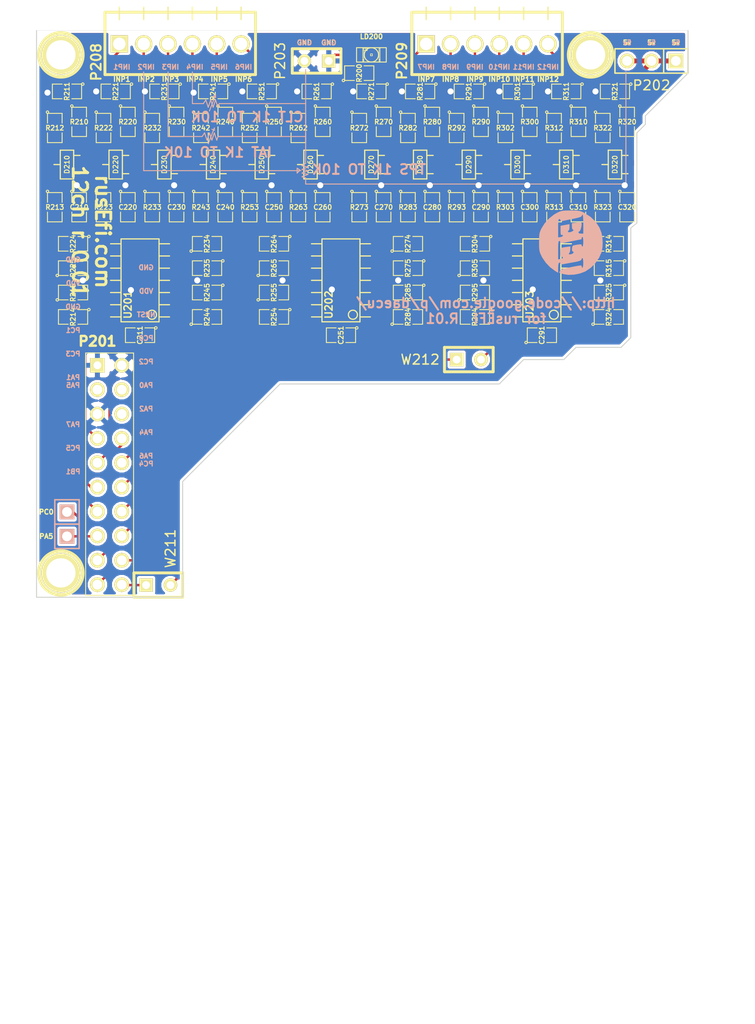
<source format=kicad_pcb>
(kicad_pcb (version 3) (host pcbnew "(2013-07-07 BZR 4022)-stable")
  (title_block (title "Analgo Protection board for RUSEFI.com") (rev .01) (company RUSEFI.com) (comment 2 Art_Electro) (comment 3 Art_Electro))
  (layers (15 F.Cu signal) (0 B.Cu signal) (18 B.Paste user) (19 F.Paste user) (20 B.SilkS user) (21 F.SilkS user) (22 B.Mask user) (23 F.Mask user) (28 Edge.Cuts user))
  (net 0 "")
  (net 1 /5V)
  (net 2 /INP1)
  (net 3 /INP10)
  (net 4 /INP11)
  (net 5 /INP12)
  (net 6 /INP2)
  (net 7 /INP3)
  (net 8 /INP4)
  (net 9 /INP5)
  (net 10 /INP6)
  (net 11 /INP7)
  (net 12 /INP8)
  (net 13 /INP9)
  (net 14 /OUT1)
  (net 15 /OUT10)
  (net 16 /OUT11)
  (net 17 /OUT12)
  (net 18 /OUT2)
  (net 19 /OUT3)
  (net 20 /OUT4)
  (net 21 /OUT5)
  (net 22 /OUT6)
  (net 23 /OUT7)
  (net 24 /OUT8)
  (net 25 /OUT9)
  (net 26 /PA5)
  (net 27 /PC0)
  (net 28 GND)
  (net 29 N-0000011)
  (net 30 N-0000012)
  (net 31 N-0000015)
  (net 32 N-0000016)
  (net 33 N-0000020)
  (net 34 N-0000021)
  (net 35 N-0000022)
  (net 36 N-0000025)
  (net 37 N-0000028)
  (net 38 N-0000029)
  (net 39 N-000003)
  (net 40 N-0000030)
  (net 41 N-0000031)
  (net 42 N-0000034)
  (net 43 N-0000037)
  (net 44 N-0000038)
  (net 45 N-0000039)
  (net 46 N-000004)
  (net 47 N-0000040)
  (net 48 N-0000043)
  (net 49 N-0000044)
  (net 50 N-0000049)
  (net 51 N-000005)
  (net 52 N-0000050)
  (net 53 N-0000055)
  (net 54 N-0000058)
  (net 55 N-0000059)
  (net 56 N-0000063)
  (net 57 N-0000067)
  (net 58 N-0000069)
  (net 59 N-0000078)
  (net 60 N-000008)
  (net 61 N-0000083)
  (net 62 N-0000084)
  (net 63 N-0000085)
  (net 64 N-0000088)
  (net 65 N-0000089)
  (net 66 N-0000090)
  (net 67 N-0000091)
  (module PIN_ARRAY_3X1 (layer F.Cu) (at 184.785 95.25 180)
    (fp_text reference P202 (at 0 -2.54 180) (layer F.SilkS) (effects (font (size 1.016 1.016) (thickness 0.1524))))
    (fp_text value CONN_3 hide)
    (pad 1 thru_hole rect (at -2.54 0 180) (size 1.524 1.524) (drill 1.016) (layers *.Cu *.Mask F.SilkS) (net 1 /5V))
    (pad 2 thru_hole circle (at 0 0 180) (size 1.524 1.524) (drill 1.016) (layers *.Cu *.Mask F.SilkS) (net 1 /5V))
    (pad 3 thru_hole circle (at 2.54 0 180) (size 1.524 1.524) (drill 1.016) (layers *.Cu *.Mask F.SilkS) (net 1 /5V))
  )
  (module LED-1206 (layer F.Cu) (at 155.575 94.615 180)
    (fp_text reference LD200 (at 0 1.905 180) (layer F.SilkS) (effects (font (size 0.508 0.508) (thickness 0.127))))
    (fp_text value LED hide)
    (pad 1 smd rect (at -1.41986 0 180) (size 1.59766 1.80086) (layers F.Cu F.Paste F.Mask) (net 65 N-0000089))
    (pad 2 smd rect (at 1.41986 0 180) (size 1.59766 1.80086) (layers F.Cu F.Paste F.Mask) (net 28 GND))
  )
  (module sot23 (layer F.Cu) (at 133.985 106.045 90)
    (fp_text reference D230 (at 0 0 90) (layer F.SilkS) (effects (font (size 0.50038 0.50038) (thickness 0.09906))))
    (fp_text value DOUBLE_SCHOTTKY hide)
    (pad 1 smd rect (at -0.9525 1.05664 90) (size 0.59944 1.00076) (layers F.Cu F.Paste F.Mask) (net 28 GND))
    (pad 2 smd rect (at 0 -1.05664 90) (size 0.59944 1.00076) (layers F.Cu F.Paste F.Mask) (net 66 N-0000090))
    (pad 3 smd rect (at 0.9525 1.05664 90) (size 0.59944 1.00076) (layers F.Cu F.Paste F.Mask) (net 1 /5V))
  )
  (module sot23 (layer F.Cu) (at 170.815 106.045 90)
    (fp_text reference D300 (at 0 0 90) (layer F.SilkS) (effects (font (size 0.50038 0.50038) (thickness 0.09906))))
    (fp_text value DOUBLE_SCHOTTKY hide)
    (pad 1 smd rect (at -0.9525 1.05664 90) (size 0.59944 1.00076) (layers F.Cu F.Paste F.Mask) (net 28 GND))
    (pad 2 smd rect (at 0 -1.05664 90) (size 0.59944 1.00076) (layers F.Cu F.Paste F.Mask) (net 34 N-0000021))
    (pad 3 smd rect (at 0.9525 1.05664 90) (size 0.59944 1.00076) (layers F.Cu F.Paste F.Mask) (net 1 /5V))
  )
  (module sot23 (layer F.Cu) (at 165.735 106.045 90)
    (fp_text reference D290 (at 0 0 90) (layer F.SilkS) (effects (font (size 0.50038 0.50038) (thickness 0.09906))))
    (fp_text value DOUBLE_SCHOTTKY hide)
    (pad 1 smd rect (at -0.9525 1.05664 90) (size 0.59944 1.00076) (layers F.Cu F.Paste F.Mask) (net 28 GND))
    (pad 2 smd rect (at 0 -1.05664 90) (size 0.59944 1.00076) (layers F.Cu F.Paste F.Mask) (net 35 N-0000022))
    (pad 3 smd rect (at 0.9525 1.05664 90) (size 0.59944 1.00076) (layers F.Cu F.Paste F.Mask) (net 1 /5V))
  )
  (module sot23 (layer F.Cu) (at 128.905 106.045 90)
    (fp_text reference D220 (at 0 0 90) (layer F.SilkS) (effects (font (size 0.50038 0.50038) (thickness 0.09906))))
    (fp_text value DOUBLE_SCHOTTKY hide)
    (pad 1 smd rect (at -0.9525 1.05664 90) (size 0.59944 1.00076) (layers F.Cu F.Paste F.Mask) (net 28 GND))
    (pad 2 smd rect (at 0 -1.05664 90) (size 0.59944 1.00076) (layers F.Cu F.Paste F.Mask) (net 60 N-000008))
    (pad 3 smd rect (at 0.9525 1.05664 90) (size 0.59944 1.00076) (layers F.Cu F.Paste F.Mask) (net 1 /5V))
  )
  (module sot23 (layer F.Cu) (at 139.065 106.045 90)
    (fp_text reference D240 (at 0 0 90) (layer F.SilkS) (effects (font (size 0.50038 0.50038) (thickness 0.09906))))
    (fp_text value DOUBLE_SCHOTTKY hide)
    (pad 1 smd rect (at -0.9525 1.05664 90) (size 0.59944 1.00076) (layers F.Cu F.Paste F.Mask) (net 28 GND))
    (pad 2 smd rect (at 0 -1.05664 90) (size 0.59944 1.00076) (layers F.Cu F.Paste F.Mask) (net 64 N-0000088))
    (pad 3 smd rect (at 0.9525 1.05664 90) (size 0.59944 1.00076) (layers F.Cu F.Paste F.Mask) (net 1 /5V))
  )
  (module sot23 (layer F.Cu) (at 123.825 106.045 90)
    (fp_text reference D210 (at 0 0 90) (layer F.SilkS) (effects (font (size 0.50038 0.50038) (thickness 0.09906))))
    (fp_text value DOUBLE_SCHOTTKY hide)
    (pad 1 smd rect (at -0.9525 1.05664 90) (size 0.59944 1.00076) (layers F.Cu F.Paste F.Mask) (net 28 GND))
    (pad 2 smd rect (at 0 -1.05664 90) (size 0.59944 1.00076) (layers F.Cu F.Paste F.Mask) (net 51 N-000005))
    (pad 3 smd rect (at 0.9525 1.05664 90) (size 0.59944 1.00076) (layers F.Cu F.Paste F.Mask) (net 1 /5V))
  )
  (module sot23 (layer F.Cu) (at 149.225 106.045 90)
    (fp_text reference D260 (at 0 0 90) (layer F.SilkS) (effects (font (size 0.50038 0.50038) (thickness 0.09906))))
    (fp_text value DOUBLE_SCHOTTKY hide)
    (pad 1 smd rect (at -0.9525 1.05664 90) (size 0.59944 1.00076) (layers F.Cu F.Paste F.Mask) (net 28 GND))
    (pad 2 smd rect (at 0 -1.05664 90) (size 0.59944 1.00076) (layers F.Cu F.Paste F.Mask) (net 46 N-000004))
    (pad 3 smd rect (at 0.9525 1.05664 90) (size 0.59944 1.00076) (layers F.Cu F.Paste F.Mask) (net 1 /5V))
  )
  (module sot23 (layer F.Cu) (at 144.145 106.045 90)
    (fp_text reference D250 (at 0 0 90) (layer F.SilkS) (effects (font (size 0.50038 0.50038) (thickness 0.09906))))
    (fp_text value DOUBLE_SCHOTTKY hide)
    (pad 1 smd rect (at -0.9525 1.05664 90) (size 0.59944 1.00076) (layers F.Cu F.Paste F.Mask) (net 28 GND))
    (pad 2 smd rect (at 0 -1.05664 90) (size 0.59944 1.00076) (layers F.Cu F.Paste F.Mask) (net 39 N-000003))
    (pad 3 smd rect (at 0.9525 1.05664 90) (size 0.59944 1.00076) (layers F.Cu F.Paste F.Mask) (net 1 /5V))
  )
  (module sot23 (layer F.Cu) (at 160.655 106.045 90)
    (fp_text reference D280 (at 0 0 90) (layer F.SilkS) (effects (font (size 0.50038 0.50038) (thickness 0.09906))))
    (fp_text value DOUBLE_SCHOTTKY hide)
    (pad 1 smd rect (at -0.9525 1.05664 90) (size 0.59944 1.00076) (layers F.Cu F.Paste F.Mask) (net 28 GND))
    (pad 2 smd rect (at 0 -1.05664 90) (size 0.59944 1.00076) (layers F.Cu F.Paste F.Mask) (net 29 N-0000011))
    (pad 3 smd rect (at 0.9525 1.05664 90) (size 0.59944 1.00076) (layers F.Cu F.Paste F.Mask) (net 1 /5V))
  )
  (module sot23 (layer F.Cu) (at 155.575 106.045 90)
    (fp_text reference D270 (at 0 0 90) (layer F.SilkS) (effects (font (size 0.50038 0.50038) (thickness 0.09906))))
    (fp_text value DOUBLE_SCHOTTKY hide)
    (pad 1 smd rect (at -0.9525 1.05664 90) (size 0.59944 1.00076) (layers F.Cu F.Paste F.Mask) (net 28 GND))
    (pad 2 smd rect (at 0 -1.05664 90) (size 0.59944 1.00076) (layers F.Cu F.Paste F.Mask) (net 32 N-0000016))
    (pad 3 smd rect (at 0.9525 1.05664 90) (size 0.59944 1.00076) (layers F.Cu F.Paste F.Mask) (net 1 /5V))
  )
  (module so-14 (layer F.Cu) (at 131.445 118.11 90)
    (fp_text reference U201 (at -2.54 -1.27 90) (layer F.SilkS) (effects (font (size 0.7493 0.7493) (thickness 0.14986))))
    (fp_text value LMV324IDR hide)
    (pad 1 smd rect (at -3.81 2.794 90) (size 0.635 1.27) (layers F.Cu F.Paste F.Mask) (net 33 N-0000020))
    (pad 2 smd rect (at -2.54 2.794 90) (size 0.635 1.27) (layers F.Cu F.Paste F.Mask) (net 33 N-0000020))
    (pad 3 smd rect (at -1.27 2.794 90) (size 0.635 1.27) (layers F.Cu F.Paste F.Mask) (net 55 N-0000059))
    (pad 4 smd rect (at 0 2.794 90) (size 0.635 1.27) (layers F.Cu F.Paste F.Mask) (net 1 /5V))
    (pad 5 smd rect (at 1.27 2.794 90) (size 0.635 1.27) (layers F.Cu F.Paste F.Mask) (net 56 N-0000063))
    (pad 6 smd rect (at 2.54 2.794 90) (size 0.635 1.27) (layers F.Cu F.Paste F.Mask) (net 67 N-0000091))
    (pad 7 smd rect (at 3.81 2.794 90) (size 0.635 1.27) (layers F.Cu F.Paste F.Mask) (net 67 N-0000091))
    (pad 8 smd rect (at 3.81 -2.794 90) (size 0.635 1.27) (layers F.Cu F.Paste F.Mask) (net 31 N-0000015))
    (pad 9 smd rect (at 2.54 -2.794 90) (size 0.635 1.27) (layers F.Cu F.Paste F.Mask) (net 31 N-0000015))
    (pad 10 smd rect (at 1.27 -2.794 90) (size 0.635 1.27) (layers F.Cu F.Paste F.Mask) (net 59 N-0000078))
    (pad 11 smd rect (at 0 -2.794 90) (size 0.635 1.27) (layers F.Cu F.Paste F.Mask) (net 28 GND))
    (pad 12 smd rect (at -1.27 -2.794 90) (size 0.635 1.27) (layers F.Cu F.Paste F.Mask) (net 61 N-0000083))
    (pad 13 smd rect (at -2.54 -2.794 90) (size 0.635 1.27) (layers F.Cu F.Paste F.Mask) (net 30 N-0000012))
    (pad 14 smd rect (at -3.81 -2.794 90) (size 0.635 1.27) (layers F.Cu F.Paste F.Mask) (net 30 N-0000012))
  )
  (module so-14 (layer F.Cu) (at 152.4 118.11 90)
    (fp_text reference U202 (at -2.54 -1.27 90) (layer F.SilkS) (effects (font (size 0.7493 0.7493) (thickness 0.14986))))
    (fp_text value LMV324IDR hide)
    (pad 1 smd rect (at -3.81 2.794 90) (size 0.635 1.27) (layers F.Cu F.Paste F.Mask) (net 63 N-0000085))
    (pad 2 smd rect (at -2.54 2.794 90) (size 0.635 1.27) (layers F.Cu F.Paste F.Mask) (net 63 N-0000085))
    (pad 3 smd rect (at -1.27 2.794 90) (size 0.635 1.27) (layers F.Cu F.Paste F.Mask) (net 58 N-0000069))
    (pad 4 smd rect (at 0 2.794 90) (size 0.635 1.27) (layers F.Cu F.Paste F.Mask) (net 1 /5V))
    (pad 5 smd rect (at 1.27 2.794 90) (size 0.635 1.27) (layers F.Cu F.Paste F.Mask) (net 57 N-0000067))
    (pad 6 smd rect (at 2.54 2.794 90) (size 0.635 1.27) (layers F.Cu F.Paste F.Mask) (net 53 N-0000055))
    (pad 7 smd rect (at 3.81 2.794 90) (size 0.635 1.27) (layers F.Cu F.Paste F.Mask) (net 53 N-0000055))
    (pad 8 smd rect (at 3.81 -2.794 90) (size 0.635 1.27) (layers F.Cu F.Paste F.Mask) (net 54 N-0000058))
    (pad 9 smd rect (at 2.54 -2.794 90) (size 0.635 1.27) (layers F.Cu F.Paste F.Mask) (net 54 N-0000058))
    (pad 10 smd rect (at 1.27 -2.794 90) (size 0.635 1.27) (layers F.Cu F.Paste F.Mask) (net 62 N-0000084))
    (pad 11 smd rect (at 0 -2.794 90) (size 0.635 1.27) (layers F.Cu F.Paste F.Mask) (net 28 GND))
    (pad 12 smd rect (at -1.27 -2.794 90) (size 0.635 1.27) (layers F.Cu F.Paste F.Mask) (net 50 N-0000049))
    (pad 13 smd rect (at -2.54 -2.794 90) (size 0.635 1.27) (layers F.Cu F.Paste F.Mask) (net 52 N-0000050))
    (pad 14 smd rect (at -3.81 -2.794 90) (size 0.635 1.27) (layers F.Cu F.Paste F.Mask) (net 52 N-0000050))
  )
  (module so-14 (layer F.Cu) (at 173.355 118.11 90)
    (fp_text reference U203 (at -2.54 -1.27 90) (layer F.SilkS) (effects (font (size 0.7493 0.7493) (thickness 0.14986))))
    (fp_text value LMV324IDR hide)
    (pad 1 smd rect (at -3.81 2.794 90) (size 0.635 1.27) (layers F.Cu F.Paste F.Mask) (net 42 N-0000034))
    (pad 2 smd rect (at -2.54 2.794 90) (size 0.635 1.27) (layers F.Cu F.Paste F.Mask) (net 42 N-0000034))
    (pad 3 smd rect (at -1.27 2.794 90) (size 0.635 1.27) (layers F.Cu F.Paste F.Mask) (net 44 N-0000038))
    (pad 4 smd rect (at 0 2.794 90) (size 0.635 1.27) (layers F.Cu F.Paste F.Mask) (net 1 /5V))
    (pad 5 smd rect (at 1.27 2.794 90) (size 0.635 1.27) (layers F.Cu F.Paste F.Mask) (net 43 N-0000037))
    (pad 6 smd rect (at 2.54 2.794 90) (size 0.635 1.27) (layers F.Cu F.Paste F.Mask) (net 41 N-0000031))
    (pad 7 smd rect (at 3.81 2.794 90) (size 0.635 1.27) (layers F.Cu F.Paste F.Mask) (net 41 N-0000031))
    (pad 8 smd rect (at 3.81 -2.794 90) (size 0.635 1.27) (layers F.Cu F.Paste F.Mask) (net 36 N-0000025))
    (pad 9 smd rect (at 2.54 -2.794 90) (size 0.635 1.27) (layers F.Cu F.Paste F.Mask) (net 36 N-0000025))
    (pad 10 smd rect (at 1.27 -2.794 90) (size 0.635 1.27) (layers F.Cu F.Paste F.Mask) (net 40 N-0000030))
    (pad 11 smd rect (at 0 -2.794 90) (size 0.635 1.27) (layers F.Cu F.Paste F.Mask) (net 28 GND))
    (pad 12 smd rect (at -1.27 -2.794 90) (size 0.635 1.27) (layers F.Cu F.Paste F.Mask) (net 38 N-0000029))
    (pad 13 smd rect (at -2.54 -2.794 90) (size 0.635 1.27) (layers F.Cu F.Paste F.Mask) (net 37 N-0000028))
    (pad 14 smd rect (at -3.81 -2.794 90) (size 0.635 1.27) (layers F.Cu F.Paste F.Mask) (net 37 N-0000028))
  )
  (module sot23 (layer F.Cu) (at 175.895 106.045 90)
    (fp_text reference D310 (at 0 0 90) (layer F.SilkS) (effects (font (size 0.50038 0.50038) (thickness 0.09906))))
    (fp_text value DOUBLE_SCHOTTKY hide)
    (pad 1 smd rect (at -0.9525 1.05664 90) (size 0.59944 1.00076) (layers F.Cu F.Paste F.Mask) (net 28 GND))
    (pad 2 smd rect (at 0 -1.05664 90) (size 0.59944 1.00076) (layers F.Cu F.Paste F.Mask) (net 47 N-0000040))
    (pad 3 smd rect (at 0.9525 1.05664 90) (size 0.59944 1.00076) (layers F.Cu F.Paste F.Mask) (net 1 /5V))
  )
  (module sot23 (layer F.Cu) (at 180.975 106.045 90)
    (fp_text reference D320 (at 0 0 90) (layer F.SilkS) (effects (font (size 0.50038 0.50038) (thickness 0.09906))))
    (fp_text value DOUBLE_SCHOTTKY hide)
    (pad 1 smd rect (at -0.9525 1.05664 90) (size 0.59944 1.00076) (layers F.Cu F.Paste F.Mask) (net 28 GND))
    (pad 2 smd rect (at 0 -1.05664 90) (size 0.59944 1.00076) (layers F.Cu F.Paste F.Mask) (net 45 N-0000039))
    (pad 3 smd rect (at 0.9525 1.05664 90) (size 0.59944 1.00076) (layers F.Cu F.Paste F.Mask) (net 1 /5V))
  )
  (module PIN_ARRAY_1 (layer B.Cu) (at 123.825 144.78)
    (fp_text reference P204 hide)
    (fp_text value CONN_1 hide)
    (pad 1 thru_hole rect (at 0 0) (size 1.524 1.524) (drill 1.016) (layers *.Cu *.Mask B.SilkS) (net 26 /PA5))
  )
  (module PIN_ARRAY_1 (layer B.Cu) (at 123.825 142.24 180)
    (fp_text reference P205 hide)
    (fp_text value CONN_1 hide)
    (pad 1 thru_hole rect (at 0 0 180) (size 1.524 1.524) (drill 1.016) (layers *.Cu *.Mask B.SilkS) (net 27 /PC0))
  )
  (module SIL-2 (layer F.Cu) (at 149.86 95.25 180)
    (fp_text reference P203 (at 3.81 0 270) (layer F.SilkS) (effects (font (size 1.016 1.016) (thickness 0.1524))))
    (fp_text value CONN_2 hide)
    (pad 1 thru_hole rect (at -1.27 0 180) (size 1.397 1.397) (drill 0.8128) (layers *.Cu *.Mask F.SilkS) (net 28 GND))
    (pad 2 thru_hole circle (at 1.27 0 180) (size 1.397 1.397) (drill 0.8128) (layers *.Cu *.Mask F.SilkS) (net 28 GND))
  )
  (module SIL-2 (layer F.Cu) (at 165.735 126.365)
    (fp_text reference W212 (at -5.08 0) (layer F.SilkS) (effects (font (size 1.016 1.016) (thickness 0.1524))))
    (fp_text value TEST hide)
    (pad 1 thru_hole rect (at -1.27 0) (size 1.397 1.397) (drill 0.8128) (layers *.Cu *.Mask F.SilkS) (net 17 /OUT12))
    (pad 2 thru_hole circle (at 1.27 0) (size 1.397 1.397) (drill 0.8128) (layers *.Cu *.Mask F.SilkS) (net 48 N-0000043))
  )
  (module SIL-2 (layer F.Cu) (at 133.35 149.86)
    (fp_text reference W211 (at 1.27 -3.81 90) (layer F.SilkS) (effects (font (size 1.016 1.016) (thickness 0.1524))))
    (fp_text value TEST hide)
    (pad 1 thru_hole rect (at -1.27 0) (size 1.397 1.397) (drill 0.8128) (layers *.Cu *.Mask F.SilkS) (net 16 /OUT11))
    (pad 2 thru_hole circle (at 1.27 0) (size 1.397 1.397) (drill 0.8128) (layers *.Cu *.Mask F.SilkS) (net 49 N-0000044))
  )
  (module LOGO_F (layer B.Cu) (at 176.403 114.173 90)
    (fp_text reference G201 hide)
    (fp_text value LOGO hide)
  )
  (module SM0805 (layer F.Cu) (at 131.445 123.825 180)
    (fp_text reference C211 (at 0 0 270) (layer F.SilkS) (effects (font (size 0.50038 0.50038) (thickness 0.10922))))
    (fp_text value 0.1uF hide)
    (pad 1 smd rect (at -0.9525 0 180) (size 0.889 1.397) (layers F.Cu F.Paste F.Mask) (net 1 /5V))
    (pad 2 smd rect (at 0.9525 0 180) (size 0.889 1.397) (layers F.Cu F.Paste F.Mask) (net 28 GND))
  )
  (module SM0805 (layer F.Cu) (at 173.355 123.825)
    (fp_text reference C291 (at 0 0 90) (layer F.SilkS) (effects (font (size 0.50038 0.50038) (thickness 0.10922))))
    (fp_text value 0.1uF hide)
    (pad 1 smd rect (at -0.9525 0) (size 0.889 1.397) (layers F.Cu F.Paste F.Mask) (net 28 GND))
    (pad 2 smd rect (at 0.9525 0) (size 0.889 1.397) (layers F.Cu F.Paste F.Mask) (net 1 /5V))
  )
  (module SM0805 (layer F.Cu) (at 152.4 123.825 180)
    (fp_text reference C251 (at 0 0 270) (layer F.SilkS) (effects (font (size 0.50038 0.50038) (thickness 0.10922))))
    (fp_text value 0.1uF hide)
    (pad 1 smd rect (at -0.9525 0 180) (size 0.889 1.397) (layers F.Cu F.Paste F.Mask) (net 1 /5V))
    (pad 2 smd rect (at 0.9525 0 180) (size 0.889 1.397) (layers F.Cu F.Paste F.Mask) (net 28 GND))
  )
  (module SM0805 (layer F.Cu) (at 124.46 119.38)
    (fp_text reference R215 (at 0 0 90) (layer F.SilkS) (effects (font (size 0.50038 0.50038) (thickness 0.10922))))
    (fp_text value 1500 hide)
    (pad 1 smd rect (at -0.9525 0) (size 0.889 1.397) (layers F.Cu F.Paste F.Mask) (net 14 /OUT1))
    (pad 2 smd rect (at 0.9525 0) (size 0.889 1.397) (layers F.Cu F.Paste F.Mask) (net 28 GND))
  )
  (module SM0805 (layer F.Cu) (at 124.46 121.92 180)
    (fp_text reference R214 (at 0 0 270) (layer F.SilkS) (effects (font (size 0.50038 0.50038) (thickness 0.10922))))
    (fp_text value 1500 hide)
    (pad 1 smd rect (at -0.9525 0 180) (size 0.889 1.397) (layers F.Cu F.Paste F.Mask) (net 30 N-0000012))
    (pad 2 smd rect (at 0.9525 0 180) (size 0.889 1.397) (layers F.Cu F.Paste F.Mask) (net 14 /OUT1))
  )
  (module SM0805 (layer F.Cu) (at 123.825 98.425 180)
    (fp_text reference R211 (at 0 0 270) (layer F.SilkS) (effects (font (size 0.50038 0.50038) (thickness 0.10922))))
    (fp_text value 500K hide)
    (pad 1 smd rect (at -0.9525 0 180) (size 0.889 1.397) (layers F.Cu F.Paste F.Mask) (net 2 /INP1))
    (pad 2 smd rect (at 0.9525 0 180) (size 0.889 1.397) (layers F.Cu F.Paste F.Mask) (net 28 GND))
  )
  (module SM0805 (layer F.Cu) (at 124.46 116.84)
    (fp_text reference R225 (at 0 0 90) (layer F.SilkS) (effects (font (size 0.50038 0.50038) (thickness 0.10922))))
    (fp_text value 1500 hide)
    (pad 1 smd rect (at -0.9525 0) (size 0.889 1.397) (layers F.Cu F.Paste F.Mask) (net 18 /OUT2))
    (pad 2 smd rect (at 0.9525 0) (size 0.889 1.397) (layers F.Cu F.Paste F.Mask) (net 28 GND))
  )
  (module SM0805 (layer F.Cu) (at 124.46 114.3 180)
    (fp_text reference R224 (at 0 0 270) (layer F.SilkS) (effects (font (size 0.50038 0.50038) (thickness 0.10922))))
    (fp_text value 1500 hide)
    (pad 1 smd rect (at -0.9525 0 180) (size 0.889 1.397) (layers F.Cu F.Paste F.Mask) (net 31 N-0000015))
    (pad 2 smd rect (at 0.9525 0 180) (size 0.889 1.397) (layers F.Cu F.Paste F.Mask) (net 18 /OUT2))
  )
  (module SM0805 (layer F.Cu) (at 128.905 98.425 180)
    (fp_text reference R221 (at 0 0 270) (layer F.SilkS) (effects (font (size 0.50038 0.50038) (thickness 0.10922))))
    (fp_text value 500K hide)
    (pad 1 smd rect (at -0.9525 0 180) (size 0.889 1.397) (layers F.Cu F.Paste F.Mask) (net 6 /INP2))
    (pad 2 smd rect (at 0.9525 0 180) (size 0.889 1.397) (layers F.Cu F.Paste F.Mask) (net 28 GND))
  )
  (module SM0805 (layer F.Cu) (at 138.43 116.84 180)
    (fp_text reference R235 (at 0 0 270) (layer F.SilkS) (effects (font (size 0.50038 0.50038) (thickness 0.10922))))
    (fp_text value 1500 hide)
    (pad 1 smd rect (at -0.9525 0 180) (size 0.889 1.397) (layers F.Cu F.Paste F.Mask) (net 19 /OUT3))
    (pad 2 smd rect (at 0.9525 0 180) (size 0.889 1.397) (layers F.Cu F.Paste F.Mask) (net 28 GND))
  )
  (module SM0805 (layer F.Cu) (at 138.43 114.3)
    (fp_text reference R234 (at 0 0 90) (layer F.SilkS) (effects (font (size 0.50038 0.50038) (thickness 0.10922))))
    (fp_text value 1500 hide)
    (pad 1 smd rect (at -0.9525 0) (size 0.889 1.397) (layers F.Cu F.Paste F.Mask) (net 67 N-0000091))
    (pad 2 smd rect (at 0.9525 0) (size 0.889 1.397) (layers F.Cu F.Paste F.Mask) (net 19 /OUT3))
  )
  (module SM0805 (layer F.Cu) (at 133.985 98.425 180)
    (fp_text reference R231 (at 0 0 270) (layer F.SilkS) (effects (font (size 0.50038 0.50038) (thickness 0.10922))))
    (fp_text value 500K hide)
    (pad 1 smd rect (at -0.9525 0 180) (size 0.889 1.397) (layers F.Cu F.Paste F.Mask) (net 7 /INP3))
    (pad 2 smd rect (at 0.9525 0 180) (size 0.889 1.397) (layers F.Cu F.Paste F.Mask) (net 28 GND))
  )
  (module SM0805 (layer F.Cu) (at 139.065 98.425 180)
    (fp_text reference R241 (at 0 0 270) (layer F.SilkS) (effects (font (size 0.50038 0.50038) (thickness 0.10922))))
    (fp_text value 500K hide)
    (pad 1 smd rect (at -0.9525 0 180) (size 0.889 1.397) (layers F.Cu F.Paste F.Mask) (net 8 /INP4))
    (pad 2 smd rect (at 0.9525 0 180) (size 0.889 1.397) (layers F.Cu F.Paste F.Mask) (net 28 GND))
  )
  (module SM0805 (layer F.Cu) (at 138.43 121.92)
    (fp_text reference R244 (at 0 0 90) (layer F.SilkS) (effects (font (size 0.50038 0.50038) (thickness 0.10922))))
    (fp_text value 1500 hide)
    (pad 1 smd rect (at -0.9525 0) (size 0.889 1.397) (layers F.Cu F.Paste F.Mask) (net 33 N-0000020))
    (pad 2 smd rect (at 0.9525 0) (size 0.889 1.397) (layers F.Cu F.Paste F.Mask) (net 20 /OUT4))
  )
  (module SM0805 (layer F.Cu) (at 138.43 119.38 180)
    (fp_text reference R245 (at 0 0 270) (layer F.SilkS) (effects (font (size 0.50038 0.50038) (thickness 0.10922))))
    (fp_text value 1500 hide)
    (pad 1 smd rect (at -0.9525 0 180) (size 0.889 1.397) (layers F.Cu F.Paste F.Mask) (net 20 /OUT4))
    (pad 2 smd rect (at 0.9525 0 180) (size 0.889 1.397) (layers F.Cu F.Paste F.Mask) (net 28 GND))
  )
  (module SM0805 (layer F.Cu) (at 122.555 110.49 270)
    (fp_text reference R213 (at 0 0 360) (layer F.SilkS) (effects (font (size 0.50038 0.50038) (thickness 0.10922))))
    (fp_text value 100 hide)
    (pad 1 smd rect (at -0.9525 0 270) (size 0.889 1.397) (layers F.Cu F.Paste F.Mask) (net 51 N-000005))
    (pad 2 smd rect (at 0.9525 0 270) (size 0.889 1.397) (layers F.Cu F.Paste F.Mask) (net 61 N-0000083))
  )
  (module SM0805 (layer F.Cu) (at 125.095 101.6 270)
    (fp_text reference R210 (at 0 0 360) (layer F.SilkS) (effects (font (size 0.50038 0.50038) (thickness 0.10922))))
    (fp_text value 2700 hide)
    (pad 1 smd rect (at -0.9525 0 270) (size 0.889 1.397) (layers F.Cu F.Paste F.Mask) (net 2 /INP1))
    (pad 2 smd rect (at 0.9525 0 270) (size 0.889 1.397) (layers F.Cu F.Paste F.Mask) (net 1 /5V))
  )
  (module SM0805 (layer F.Cu) (at 130.175 110.49 270)
    (fp_text reference C220 (at 0 0 360) (layer F.SilkS) (effects (font (size 0.50038 0.50038) (thickness 0.10922))))
    (fp_text value 0.01uF hide)
    (pad 1 smd rect (at -0.9525 0 270) (size 0.889 1.397) (layers F.Cu F.Paste F.Mask) (net 28 GND))
    (pad 2 smd rect (at 0.9525 0 270) (size 0.889 1.397) (layers F.Cu F.Paste F.Mask) (net 59 N-0000078))
  )
  (module SM0805 (layer F.Cu) (at 125.095 110.49 270)
    (fp_text reference C210 (at 0 0 360) (layer F.SilkS) (effects (font (size 0.50038 0.50038) (thickness 0.10922))))
    (fp_text value 0.01uF hide)
    (pad 1 smd rect (at -0.9525 0 270) (size 0.889 1.397) (layers F.Cu F.Paste F.Mask) (net 28 GND))
    (pad 2 smd rect (at 0.9525 0 270) (size 0.889 1.397) (layers F.Cu F.Paste F.Mask) (net 61 N-0000083))
  )
  (module SM0805 (layer F.Cu) (at 127.635 110.49 270)
    (fp_text reference R223 (at 0 0 360) (layer F.SilkS) (effects (font (size 0.50038 0.50038) (thickness 0.10922))))
    (fp_text value 100 hide)
    (pad 1 smd rect (at -0.9525 0 270) (size 0.889 1.397) (layers F.Cu F.Paste F.Mask) (net 60 N-000008))
    (pad 2 smd rect (at 0.9525 0 270) (size 0.889 1.397) (layers F.Cu F.Paste F.Mask) (net 59 N-0000078))
  )
  (module SM0805 (layer F.Cu) (at 130.175 101.6 270)
    (fp_text reference R220 (at 0 0 360) (layer F.SilkS) (effects (font (size 0.50038 0.50038) (thickness 0.10922))))
    (fp_text value 2700 hide)
    (pad 1 smd rect (at -0.9525 0 270) (size 0.889 1.397) (layers F.Cu F.Paste F.Mask) (net 6 /INP2))
    (pad 2 smd rect (at 0.9525 0 270) (size 0.889 1.397) (layers F.Cu F.Paste F.Mask) (net 1 /5V))
  )
  (module SM0805 (layer F.Cu) (at 132.715 110.49 270)
    (fp_text reference R233 (at 0 0 360) (layer F.SilkS) (effects (font (size 0.50038 0.50038) (thickness 0.10922))))
    (fp_text value 100 hide)
    (pad 1 smd rect (at -0.9525 0 270) (size 0.889 1.397) (layers F.Cu F.Paste F.Mask) (net 66 N-0000090))
    (pad 2 smd rect (at 0.9525 0 270) (size 0.889 1.397) (layers F.Cu F.Paste F.Mask) (net 56 N-0000063))
  )
  (module SM0805 (layer F.Cu) (at 135.255 101.6 270)
    (fp_text reference R230 (at 0 0 360) (layer F.SilkS) (effects (font (size 0.50038 0.50038) (thickness 0.10922))))
    (fp_text value 2700 hide)
    (pad 1 smd rect (at -0.9525 0 270) (size 0.889 1.397) (layers F.Cu F.Paste F.Mask) (net 7 /INP3))
    (pad 2 smd rect (at 0.9525 0 270) (size 0.889 1.397) (layers F.Cu F.Paste F.Mask) (net 1 /5V))
  )
  (module SM0805 (layer F.Cu) (at 137.795 110.49 270)
    (fp_text reference R243 (at 0 0 360) (layer F.SilkS) (effects (font (size 0.50038 0.50038) (thickness 0.10922))))
    (fp_text value 100 hide)
    (pad 1 smd rect (at -0.9525 0 270) (size 0.889 1.397) (layers F.Cu F.Paste F.Mask) (net 64 N-0000088))
    (pad 2 smd rect (at 0.9525 0 270) (size 0.889 1.397) (layers F.Cu F.Paste F.Mask) (net 55 N-0000059))
  )
  (module SM0805 (layer F.Cu) (at 140.335 101.6 270)
    (fp_text reference R240 (at 0 0 360) (layer F.SilkS) (effects (font (size 0.50038 0.50038) (thickness 0.10922))))
    (fp_text value 2700 hide)
    (pad 1 smd rect (at -0.9525 0 270) (size 0.889 1.397) (layers F.Cu F.Paste F.Mask) (net 8 /INP4))
    (pad 2 smd rect (at 0.9525 0 270) (size 0.889 1.397) (layers F.Cu F.Paste F.Mask) (net 1 /5V))
  )
  (module SM0805 (layer F.Cu) (at 145.415 119.38)
    (fp_text reference R255 (at 0 0 90) (layer F.SilkS) (effects (font (size 0.50038 0.50038) (thickness 0.10922))))
    (fp_text value 1500 hide)
    (pad 1 smd rect (at -0.9525 0) (size 0.889 1.397) (layers F.Cu F.Paste F.Mask) (net 21 /OUT5))
    (pad 2 smd rect (at 0.9525 0) (size 0.889 1.397) (layers F.Cu F.Paste F.Mask) (net 28 GND))
  )
  (module SM0805 (layer F.Cu) (at 150.495 101.6 270)
    (fp_text reference R260 (at 0 0 360) (layer F.SilkS) (effects (font (size 0.50038 0.50038) (thickness 0.10922))))
    (fp_text value 2700 hide)
    (pad 1 smd rect (at -0.9525 0 270) (size 0.889 1.397) (layers F.Cu F.Paste F.Mask) (net 10 /INP6))
    (pad 2 smd rect (at 0.9525 0 270) (size 0.889 1.397) (layers F.Cu F.Paste F.Mask) (net 1 /5V))
  )
  (module SM0805 (layer F.Cu) (at 147.955 110.49 270)
    (fp_text reference R263 (at 0 0 360) (layer F.SilkS) (effects (font (size 0.50038 0.50038) (thickness 0.10922))))
    (fp_text value 100 hide)
    (pad 1 smd rect (at -0.9525 0 270) (size 0.889 1.397) (layers F.Cu F.Paste F.Mask) (net 46 N-000004))
    (pad 2 smd rect (at 0.9525 0 270) (size 0.889 1.397) (layers F.Cu F.Paste F.Mask) (net 62 N-0000084))
  )
  (module SM0805 (layer F.Cu) (at 145.415 101.6 270)
    (fp_text reference R250 (at 0 0 360) (layer F.SilkS) (effects (font (size 0.50038 0.50038) (thickness 0.10922))))
    (fp_text value 2700 hide)
    (pad 1 smd rect (at -0.9525 0 270) (size 0.889 1.397) (layers F.Cu F.Paste F.Mask) (net 9 /INP5))
    (pad 2 smd rect (at 0.9525 0 270) (size 0.889 1.397) (layers F.Cu F.Paste F.Mask) (net 1 /5V))
  )
  (module SM0805 (layer F.Cu) (at 142.875 110.49 270)
    (fp_text reference R253 (at 0 0 360) (layer F.SilkS) (effects (font (size 0.50038 0.50038) (thickness 0.10922))))
    (fp_text value 100 hide)
    (pad 1 smd rect (at -0.9525 0 270) (size 0.889 1.397) (layers F.Cu F.Paste F.Mask) (net 39 N-000003))
    (pad 2 smd rect (at 0.9525 0 270) (size 0.889 1.397) (layers F.Cu F.Paste F.Mask) (net 50 N-0000049))
  )
  (module SM0805 (layer F.Cu) (at 127.635 102.235 270)
    (fp_text reference R222 (at 0 0 360) (layer F.SilkS) (effects (font (size 0.50038 0.50038) (thickness 0.10922))))
    (fp_text value 10k hide)
    (pad 1 smd rect (at -0.9525 0 270) (size 0.889 1.397) (layers F.Cu F.Paste F.Mask) (net 6 /INP2))
    (pad 2 smd rect (at 0.9525 0 270) (size 0.889 1.397) (layers F.Cu F.Paste F.Mask) (net 60 N-000008))
  )
  (module SM0805 (layer F.Cu) (at 122.555 102.235 270)
    (fp_text reference R212 (at 0 0 360) (layer F.SilkS) (effects (font (size 0.50038 0.50038) (thickness 0.10922))))
    (fp_text value 10k hide)
    (pad 1 smd rect (at -0.9525 0 270) (size 0.889 1.397) (layers F.Cu F.Paste F.Mask) (net 2 /INP1))
    (pad 2 smd rect (at 0.9525 0 270) (size 0.889 1.397) (layers F.Cu F.Paste F.Mask) (net 51 N-000005))
  )
  (module SM0805 (layer F.Cu) (at 144.145 98.425 180)
    (fp_text reference R251 (at 0 0 270) (layer F.SilkS) (effects (font (size 0.50038 0.50038) (thickness 0.10922))))
    (fp_text value 500K hide)
    (pad 1 smd rect (at -0.9525 0 180) (size 0.889 1.397) (layers F.Cu F.Paste F.Mask) (net 9 /INP5))
    (pad 2 smd rect (at 0.9525 0 180) (size 0.889 1.397) (layers F.Cu F.Paste F.Mask) (net 28 GND))
  )
  (module SM0805 (layer F.Cu) (at 145.415 121.92 180)
    (fp_text reference R254 (at 0 0 270) (layer F.SilkS) (effects (font (size 0.50038 0.50038) (thickness 0.10922))))
    (fp_text value 1500 hide)
    (pad 1 smd rect (at -0.9525 0 180) (size 0.889 1.397) (layers F.Cu F.Paste F.Mask) (net 52 N-0000050))
    (pad 2 smd rect (at 0.9525 0 180) (size 0.889 1.397) (layers F.Cu F.Paste F.Mask) (net 21 /OUT5))
  )
  (module SM0805 (layer F.Cu) (at 154.305 96.52)
    (fp_text reference R200 (at 0 0 90) (layer F.SilkS) (effects (font (size 0.50038 0.50038) (thickness 0.10922))))
    (fp_text value 100 hide)
    (pad 1 smd rect (at -0.9525 0) (size 0.889 1.397) (layers F.Cu F.Paste F.Mask) (net 1 /5V))
    (pad 2 smd rect (at 0.9525 0) (size 0.889 1.397) (layers F.Cu F.Paste F.Mask) (net 65 N-0000089))
  )
  (module SM0805 (layer F.Cu) (at 166.37 119.38)
    (fp_text reference R295 (at 0 0 90) (layer F.SilkS) (effects (font (size 0.50038 0.50038) (thickness 0.10922))))
    (fp_text value 1500 hide)
    (pad 1 smd rect (at -0.9525 0) (size 0.889 1.397) (layers F.Cu F.Paste F.Mask) (net 25 /OUT9))
    (pad 2 smd rect (at 0.9525 0) (size 0.889 1.397) (layers F.Cu F.Paste F.Mask) (net 28 GND))
  )
  (module SM0805 (layer F.Cu) (at 166.37 121.92 180)
    (fp_text reference R294 (at 0 0 270) (layer F.SilkS) (effects (font (size 0.50038 0.50038) (thickness 0.10922))))
    (fp_text value 1500 hide)
    (pad 1 smd rect (at -0.9525 0 180) (size 0.889 1.397) (layers F.Cu F.Paste F.Mask) (net 37 N-0000028))
    (pad 2 smd rect (at 0.9525 0 180) (size 0.889 1.397) (layers F.Cu F.Paste F.Mask) (net 25 /OUT9))
  )
  (module SM0805 (layer F.Cu) (at 165.735 98.425 180)
    (fp_text reference R291 (at 0 0 270) (layer F.SilkS) (effects (font (size 0.50038 0.50038) (thickness 0.10922))))
    (fp_text value 500K hide)
    (pad 1 smd rect (at -0.9525 0 180) (size 0.889 1.397) (layers F.Cu F.Paste F.Mask) (net 13 /INP9))
    (pad 2 smd rect (at 0.9525 0 180) (size 0.889 1.397) (layers F.Cu F.Paste F.Mask) (net 28 GND))
  )
  (module SM0805 (layer F.Cu) (at 170.815 98.425 180)
    (fp_text reference R301 (at 0 0 270) (layer F.SilkS) (effects (font (size 0.50038 0.50038) (thickness 0.10922))))
    (fp_text value 500K hide)
    (pad 1 smd rect (at -0.9525 0 180) (size 0.889 1.397) (layers F.Cu F.Paste F.Mask) (net 3 /INP10))
    (pad 2 smd rect (at 0.9525 0 180) (size 0.889 1.397) (layers F.Cu F.Paste F.Mask) (net 28 GND))
  )
  (module SM0805 (layer F.Cu) (at 166.37 114.3 180)
    (fp_text reference R304 (at 0 0 270) (layer F.SilkS) (effects (font (size 0.50038 0.50038) (thickness 0.10922))))
    (fp_text value 1500 hide)
    (pad 1 smd rect (at -0.9525 0 180) (size 0.889 1.397) (layers F.Cu F.Paste F.Mask) (net 36 N-0000025))
    (pad 2 smd rect (at 0.9525 0 180) (size 0.889 1.397) (layers F.Cu F.Paste F.Mask) (net 15 /OUT10))
  )
  (module SM0805 (layer F.Cu) (at 166.37 116.84)
    (fp_text reference R305 (at 0 0 90) (layer F.SilkS) (effects (font (size 0.50038 0.50038) (thickness 0.10922))))
    (fp_text value 1500 hide)
    (pad 1 smd rect (at -0.9525 0) (size 0.889 1.397) (layers F.Cu F.Paste F.Mask) (net 15 /OUT10))
    (pad 2 smd rect (at 0.9525 0) (size 0.889 1.397) (layers F.Cu F.Paste F.Mask) (net 28 GND))
  )
  (module SM0805 (layer F.Cu) (at 164.465 110.49 270)
    (fp_text reference R293 (at 0 0 360) (layer F.SilkS) (effects (font (size 0.50038 0.50038) (thickness 0.10922))))
    (fp_text value 100 hide)
    (pad 1 smd rect (at -0.9525 0 270) (size 0.889 1.397) (layers F.Cu F.Paste F.Mask) (net 35 N-0000022))
    (pad 2 smd rect (at 0.9525 0 270) (size 0.889 1.397) (layers F.Cu F.Paste F.Mask) (net 38 N-0000029))
  )
  (module SM0805 (layer F.Cu) (at 167.005 110.49 270)
    (fp_text reference C290 (at 0 0 360) (layer F.SilkS) (effects (font (size 0.50038 0.50038) (thickness 0.10922))))
    (fp_text value 0.01uF hide)
    (pad 1 smd rect (at -0.9525 0 270) (size 0.889 1.397) (layers F.Cu F.Paste F.Mask) (net 28 GND))
    (pad 2 smd rect (at 0.9525 0 270) (size 0.889 1.397) (layers F.Cu F.Paste F.Mask) (net 38 N-0000029))
  )
  (module SM0805 (layer F.Cu) (at 167.005 101.6 270)
    (fp_text reference R290 (at 0 0 360) (layer F.SilkS) (effects (font (size 0.50038 0.50038) (thickness 0.10922))))
    (fp_text value 2700 hide)
    (pad 1 smd rect (at -0.9525 0 270) (size 0.889 1.397) (layers F.Cu F.Paste F.Mask) (net 13 /INP9))
    (pad 2 smd rect (at 0.9525 0 270) (size 0.889 1.397) (layers F.Cu F.Paste F.Mask) (net 1 /5V))
  )
  (module SM0805 (layer F.Cu) (at 169.545 110.49 270)
    (fp_text reference R303 (at 0 0 360) (layer F.SilkS) (effects (font (size 0.50038 0.50038) (thickness 0.10922))))
    (fp_text value 100 hide)
    (pad 1 smd rect (at -0.9525 0 270) (size 0.889 1.397) (layers F.Cu F.Paste F.Mask) (net 34 N-0000021))
    (pad 2 smd rect (at 0.9525 0 270) (size 0.889 1.397) (layers F.Cu F.Paste F.Mask) (net 40 N-0000030))
  )
  (module SM0805 (layer F.Cu) (at 172.085 110.49 270)
    (fp_text reference C300 (at 0 0 360) (layer F.SilkS) (effects (font (size 0.50038 0.50038) (thickness 0.10922))))
    (fp_text value 0.01uF hide)
    (pad 1 smd rect (at -0.9525 0 270) (size 0.889 1.397) (layers F.Cu F.Paste F.Mask) (net 28 GND))
    (pad 2 smd rect (at 0.9525 0 270) (size 0.889 1.397) (layers F.Cu F.Paste F.Mask) (net 40 N-0000030))
  )
  (module SM0805 (layer F.Cu) (at 172.085 101.6 270)
    (fp_text reference R300 (at 0 0 360) (layer F.SilkS) (effects (font (size 0.50038 0.50038) (thickness 0.10922))))
    (fp_text value 2700 hide)
    (pad 1 smd rect (at -0.9525 0 270) (size 0.889 1.397) (layers F.Cu F.Paste F.Mask) (net 3 /INP10))
    (pad 2 smd rect (at 0.9525 0 270) (size 0.889 1.397) (layers F.Cu F.Paste F.Mask) (net 1 /5V))
  )
  (module SM0805 (layer F.Cu) (at 135.255 110.49 270)
    (fp_text reference C230 (at 0 0 360) (layer F.SilkS) (effects (font (size 0.50038 0.50038) (thickness 0.10922))))
    (fp_text value 0.01uF hide)
    (pad 1 smd rect (at -0.9525 0 270) (size 0.889 1.397) (layers F.Cu F.Paste F.Mask) (net 28 GND))
    (pad 2 smd rect (at 0.9525 0 270) (size 0.889 1.397) (layers F.Cu F.Paste F.Mask) (net 56 N-0000063))
  )
  (module SM0805 (layer F.Cu) (at 140.335 110.49 270)
    (fp_text reference C240 (at 0 0 360) (layer F.SilkS) (effects (font (size 0.50038 0.50038) (thickness 0.10922))))
    (fp_text value 0.01uF hide)
    (pad 1 smd rect (at -0.9525 0 270) (size 0.889 1.397) (layers F.Cu F.Paste F.Mask) (net 28 GND))
    (pad 2 smd rect (at 0.9525 0 270) (size 0.889 1.397) (layers F.Cu F.Paste F.Mask) (net 55 N-0000059))
  )
  (module SM0805 (layer F.Cu) (at 145.415 110.49 270)
    (fp_text reference C250 (at 0 0 360) (layer F.SilkS) (effects (font (size 0.50038 0.50038) (thickness 0.10922))))
    (fp_text value 0.01uF hide)
    (pad 1 smd rect (at -0.9525 0 270) (size 0.889 1.397) (layers F.Cu F.Paste F.Mask) (net 28 GND))
    (pad 2 smd rect (at 0.9525 0 270) (size 0.889 1.397) (layers F.Cu F.Paste F.Mask) (net 50 N-0000049))
  )
  (module SM0805 (layer F.Cu) (at 150.495 110.49 270)
    (fp_text reference C260 (at 0 0 360) (layer F.SilkS) (effects (font (size 0.50038 0.50038) (thickness 0.10922))))
    (fp_text value 0.01uF hide)
    (pad 1 smd rect (at -0.9525 0 270) (size 0.889 1.397) (layers F.Cu F.Paste F.Mask) (net 28 GND))
    (pad 2 smd rect (at 0.9525 0 270) (size 0.889 1.397) (layers F.Cu F.Paste F.Mask) (net 62 N-0000084))
  )
  (module SM0805 (layer F.Cu) (at 149.86 98.425 180)
    (fp_text reference R261 (at 0 0 270) (layer F.SilkS) (effects (font (size 0.50038 0.50038) (thickness 0.10922))))
    (fp_text value 500K hide)
    (pad 1 smd rect (at -0.9525 0 180) (size 0.889 1.397) (layers F.Cu F.Paste F.Mask) (net 10 /INP6))
    (pad 2 smd rect (at 0.9525 0 180) (size 0.889 1.397) (layers F.Cu F.Paste F.Mask) (net 28 GND))
  )
  (module SM0805 (layer F.Cu) (at 161.925 110.49 270)
    (fp_text reference C280 (at 0 0 360) (layer F.SilkS) (effects (font (size 0.50038 0.50038) (thickness 0.10922))))
    (fp_text value 0.01uF hide)
    (pad 1 smd rect (at -0.9525 0 270) (size 0.889 1.397) (layers F.Cu F.Paste F.Mask) (net 28 GND))
    (pad 2 smd rect (at 0.9525 0 270) (size 0.889 1.397) (layers F.Cu F.Paste F.Mask) (net 58 N-0000069))
  )
  (module SM0805 (layer F.Cu) (at 156.845 110.49 270)
    (fp_text reference C270 (at 0 0 360) (layer F.SilkS) (effects (font (size 0.50038 0.50038) (thickness 0.10922))))
    (fp_text value 0.01uF hide)
    (pad 1 smd rect (at -0.9525 0 270) (size 0.889 1.397) (layers F.Cu F.Paste F.Mask) (net 28 GND))
    (pad 2 smd rect (at 0.9525 0 270) (size 0.889 1.397) (layers F.Cu F.Paste F.Mask) (net 57 N-0000067))
  )
  (module SM0805 (layer F.Cu) (at 159.385 114.3)
    (fp_text reference R274 (at 0 0 90) (layer F.SilkS) (effects (font (size 0.50038 0.50038) (thickness 0.10922))))
    (fp_text value 1500 hide)
    (pad 1 smd rect (at -0.9525 0) (size 0.889 1.397) (layers F.Cu F.Paste F.Mask) (net 53 N-0000055))
    (pad 2 smd rect (at 0.9525 0) (size 0.889 1.397) (layers F.Cu F.Paste F.Mask) (net 23 /OUT7))
  )
  (module SM0805 (layer F.Cu) (at 159.385 116.84 180)
    (fp_text reference R275 (at 0 0 270) (layer F.SilkS) (effects (font (size 0.50038 0.50038) (thickness 0.10922))))
    (fp_text value 1500 hide)
    (pad 1 smd rect (at -0.9525 0 180) (size 0.889 1.397) (layers F.Cu F.Paste F.Mask) (net 23 /OUT7))
    (pad 2 smd rect (at 0.9525 0 180) (size 0.889 1.397) (layers F.Cu F.Paste F.Mask) (net 28 GND))
  )
  (module SM0805 (layer F.Cu) (at 161.925 101.6 270)
    (fp_text reference R280 (at 0 0 360) (layer F.SilkS) (effects (font (size 0.50038 0.50038) (thickness 0.10922))))
    (fp_text value 2700 hide)
    (pad 1 smd rect (at -0.9525 0 270) (size 0.889 1.397) (layers F.Cu F.Paste F.Mask) (net 12 /INP8))
    (pad 2 smd rect (at 0.9525 0 270) (size 0.889 1.397) (layers F.Cu F.Paste F.Mask) (net 1 /5V))
  )
  (module SM0805 (layer F.Cu) (at 159.385 110.49 270)
    (fp_text reference R283 (at 0 0 360) (layer F.SilkS) (effects (font (size 0.50038 0.50038) (thickness 0.10922))))
    (fp_text value 100 hide)
    (pad 1 smd rect (at -0.9525 0 270) (size 0.889 1.397) (layers F.Cu F.Paste F.Mask) (net 29 N-0000011))
    (pad 2 smd rect (at 0.9525 0 270) (size 0.889 1.397) (layers F.Cu F.Paste F.Mask) (net 58 N-0000069))
  )
  (module SM0805 (layer F.Cu) (at 156.845 101.6 270)
    (fp_text reference R270 (at 0 0 360) (layer F.SilkS) (effects (font (size 0.50038 0.50038) (thickness 0.10922))))
    (fp_text value 2700 hide)
    (pad 1 smd rect (at -0.9525 0 270) (size 0.889 1.397) (layers F.Cu F.Paste F.Mask) (net 11 /INP7))
    (pad 2 smd rect (at 0.9525 0 270) (size 0.889 1.397) (layers F.Cu F.Paste F.Mask) (net 1 /5V))
  )
  (module SM0805 (layer F.Cu) (at 154.305 110.49 270)
    (fp_text reference R273 (at 0 0 360) (layer F.SilkS) (effects (font (size 0.50038 0.50038) (thickness 0.10922))))
    (fp_text value 100 hide)
    (pad 1 smd rect (at -0.9525 0 270) (size 0.889 1.397) (layers F.Cu F.Paste F.Mask) (net 32 N-0000016))
    (pad 2 smd rect (at 0.9525 0 270) (size 0.889 1.397) (layers F.Cu F.Paste F.Mask) (net 57 N-0000067))
  )
  (module SM0805 (layer F.Cu) (at 159.385 119.38 180)
    (fp_text reference R285 (at 0 0 270) (layer F.SilkS) (effects (font (size 0.50038 0.50038) (thickness 0.10922))))
    (fp_text value 1500 hide)
    (pad 1 smd rect (at -0.9525 0 180) (size 0.889 1.397) (layers F.Cu F.Paste F.Mask) (net 24 /OUT8))
    (pad 2 smd rect (at 0.9525 0 180) (size 0.889 1.397) (layers F.Cu F.Paste F.Mask) (net 28 GND))
  )
  (module SM0805 (layer F.Cu) (at 159.385 121.92)
    (fp_text reference R284 (at 0 0 90) (layer F.SilkS) (effects (font (size 0.50038 0.50038) (thickness 0.10922))))
    (fp_text value 1500 hide)
    (pad 1 smd rect (at -0.9525 0) (size 0.889 1.397) (layers F.Cu F.Paste F.Mask) (net 63 N-0000085))
    (pad 2 smd rect (at 0.9525 0) (size 0.889 1.397) (layers F.Cu F.Paste F.Mask) (net 24 /OUT8))
  )
  (module SM0805 (layer F.Cu) (at 160.655 98.425 180)
    (fp_text reference R281 (at 0 0 270) (layer F.SilkS) (effects (font (size 0.50038 0.50038) (thickness 0.10922))))
    (fp_text value 500K hide)
    (pad 1 smd rect (at -0.9525 0 180) (size 0.889 1.397) (layers F.Cu F.Paste F.Mask) (net 12 /INP8))
    (pad 2 smd rect (at 0.9525 0 180) (size 0.889 1.397) (layers F.Cu F.Paste F.Mask) (net 28 GND))
  )
  (module SM0805 (layer F.Cu) (at 155.575 98.425 180)
    (fp_text reference R271 (at 0 0 270) (layer F.SilkS) (effects (font (size 0.50038 0.50038) (thickness 0.10922))))
    (fp_text value 500K hide)
    (pad 1 smd rect (at -0.9525 0 180) (size 0.889 1.397) (layers F.Cu F.Paste F.Mask) (net 11 /INP7))
    (pad 2 smd rect (at 0.9525 0 180) (size 0.889 1.397) (layers F.Cu F.Paste F.Mask) (net 28 GND))
  )
  (module SM0805 (layer F.Cu) (at 132.715 102.235 270)
    (fp_text reference R232 (at 0 0 360) (layer F.SilkS) (effects (font (size 0.50038 0.50038) (thickness 0.10922))))
    (fp_text value 10k hide)
    (pad 1 smd rect (at -0.9525 0 270) (size 0.889 1.397) (layers F.Cu F.Paste F.Mask) (net 7 /INP3))
    (pad 2 smd rect (at 0.9525 0 270) (size 0.889 1.397) (layers F.Cu F.Paste F.Mask) (net 66 N-0000090))
  )
  (module SM0805 (layer F.Cu) (at 137.795 102.235 270)
    (fp_text reference R242 (at 0 0 360) (layer F.SilkS) (effects (font (size 0.50038 0.50038) (thickness 0.10922))))
    (fp_text value 10k hide)
    (pad 1 smd rect (at -0.9525 0 270) (size 0.889 1.397) (layers F.Cu F.Paste F.Mask) (net 8 /INP4))
    (pad 2 smd rect (at 0.9525 0 270) (size 0.889 1.397) (layers F.Cu F.Paste F.Mask) (net 64 N-0000088))
  )
  (module SM0805 (layer F.Cu) (at 142.875 102.235 270)
    (fp_text reference R252 (at 0 0 360) (layer F.SilkS) (effects (font (size 0.50038 0.50038) (thickness 0.10922))))
    (fp_text value 10k hide)
    (pad 1 smd rect (at -0.9525 0 270) (size 0.889 1.397) (layers F.Cu F.Paste F.Mask) (net 9 /INP5))
    (pad 2 smd rect (at 0.9525 0 270) (size 0.889 1.397) (layers F.Cu F.Paste F.Mask) (net 39 N-000003))
  )
  (module SM0805 (layer F.Cu) (at 147.955 102.235 270)
    (fp_text reference R262 (at 0 0 360) (layer F.SilkS) (effects (font (size 0.50038 0.50038) (thickness 0.10922))))
    (fp_text value 10k hide)
    (pad 1 smd rect (at -0.9525 0 270) (size 0.889 1.397) (layers F.Cu F.Paste F.Mask) (net 10 /INP6))
    (pad 2 smd rect (at 0.9525 0 270) (size 0.889 1.397) (layers F.Cu F.Paste F.Mask) (net 46 N-000004))
  )
  (module SM0805 (layer F.Cu) (at 169.545 102.235 270)
    (fp_text reference R302 (at 0 0 360) (layer F.SilkS) (effects (font (size 0.50038 0.50038) (thickness 0.10922))))
    (fp_text value 10k hide)
    (pad 1 smd rect (at -0.9525 0 270) (size 0.889 1.397) (layers F.Cu F.Paste F.Mask) (net 3 /INP10))
    (pad 2 smd rect (at 0.9525 0 270) (size 0.889 1.397) (layers F.Cu F.Paste F.Mask) (net 34 N-0000021))
  )
  (module SM0805 (layer F.Cu) (at 164.465 102.235 270)
    (fp_text reference R292 (at 0 0 360) (layer F.SilkS) (effects (font (size 0.50038 0.50038) (thickness 0.10922))))
    (fp_text value 10k hide)
    (pad 1 smd rect (at -0.9525 0 270) (size 0.889 1.397) (layers F.Cu F.Paste F.Mask) (net 13 /INP9))
    (pad 2 smd rect (at 0.9525 0 270) (size 0.889 1.397) (layers F.Cu F.Paste F.Mask) (net 35 N-0000022))
  )
  (module SM0805 (layer F.Cu) (at 159.385 102.235 270)
    (fp_text reference R282 (at 0 0 360) (layer F.SilkS) (effects (font (size 0.50038 0.50038) (thickness 0.10922))))
    (fp_text value 10k hide)
    (pad 1 smd rect (at -0.9525 0 270) (size 0.889 1.397) (layers F.Cu F.Paste F.Mask) (net 12 /INP8))
    (pad 2 smd rect (at 0.9525 0 270) (size 0.889 1.397) (layers F.Cu F.Paste F.Mask) (net 29 N-0000011))
  )
  (module SM0805 (layer F.Cu) (at 154.305 102.235 270)
    (fp_text reference R272 (at 0 0 360) (layer F.SilkS) (effects (font (size 0.50038 0.50038) (thickness 0.10922))))
    (fp_text value 10k hide)
    (pad 1 smd rect (at -0.9525 0 270) (size 0.889 1.397) (layers F.Cu F.Paste F.Mask) (net 11 /INP7))
    (pad 2 smd rect (at 0.9525 0 270) (size 0.889 1.397) (layers F.Cu F.Paste F.Mask) (net 32 N-0000016))
  )
  (module SM0805 (layer F.Cu) (at 145.415 114.3 180)
    (fp_text reference R264 (at 0 0 270) (layer F.SilkS) (effects (font (size 0.50038 0.50038) (thickness 0.10922))))
    (fp_text value 1500 hide)
    (pad 1 smd rect (at -0.9525 0 180) (size 0.889 1.397) (layers F.Cu F.Paste F.Mask) (net 54 N-0000058))
    (pad 2 smd rect (at 0.9525 0 180) (size 0.889 1.397) (layers F.Cu F.Paste F.Mask) (net 22 /OUT6))
  )
  (module SM0805 (layer F.Cu) (at 145.415 116.84)
    (fp_text reference R265 (at 0 0 90) (layer F.SilkS) (effects (font (size 0.50038 0.50038) (thickness 0.10922))))
    (fp_text value 1500 hide)
    (pad 1 smd rect (at -0.9525 0) (size 0.889 1.397) (layers F.Cu F.Paste F.Mask) (net 22 /OUT6))
    (pad 2 smd rect (at 0.9525 0) (size 0.889 1.397) (layers F.Cu F.Paste F.Mask) (net 28 GND))
  )
  (module SM0805 (layer F.Cu) (at 180.34 116.84 180)
    (fp_text reference R315 (at 0 0 270) (layer F.SilkS) (effects (font (size 0.50038 0.50038) (thickness 0.10922))))
    (fp_text value 1500 hide)
    (pad 1 smd rect (at -0.9525 0 180) (size 0.889 1.397) (layers F.Cu F.Paste F.Mask) (net 49 N-0000044))
    (pad 2 smd rect (at 0.9525 0 180) (size 0.889 1.397) (layers F.Cu F.Paste F.Mask) (net 28 GND))
  )
  (module SM0805 (layer F.Cu) (at 180.34 114.3)
    (fp_text reference R314 (at 0 0 90) (layer F.SilkS) (effects (font (size 0.50038 0.50038) (thickness 0.10922))))
    (fp_text value 1500 hide)
    (pad 1 smd rect (at -0.9525 0) (size 0.889 1.397) (layers F.Cu F.Paste F.Mask) (net 41 N-0000031))
    (pad 2 smd rect (at 0.9525 0) (size 0.889 1.397) (layers F.Cu F.Paste F.Mask) (net 49 N-0000044))
  )
  (module SM0805 (layer F.Cu) (at 175.895 98.425 180)
    (fp_text reference R311 (at 0 0 270) (layer F.SilkS) (effects (font (size 0.50038 0.50038) (thickness 0.10922))))
    (fp_text value 500K hide)
    (pad 1 smd rect (at -0.9525 0 180) (size 0.889 1.397) (layers F.Cu F.Paste F.Mask) (net 4 /INP11))
    (pad 2 smd rect (at 0.9525 0 180) (size 0.889 1.397) (layers F.Cu F.Paste F.Mask) (net 28 GND))
  )
  (module SM0805 (layer F.Cu) (at 180.975 98.425 180)
    (fp_text reference R321 (at 0 0 270) (layer F.SilkS) (effects (font (size 0.50038 0.50038) (thickness 0.10922))))
    (fp_text value 500K hide)
    (pad 1 smd rect (at -0.9525 0 180) (size 0.889 1.397) (layers F.Cu F.Paste F.Mask) (net 5 /INP12))
    (pad 2 smd rect (at 0.9525 0 180) (size 0.889 1.397) (layers F.Cu F.Paste F.Mask) (net 28 GND))
  )
  (module SM0805 (layer F.Cu) (at 180.34 121.92)
    (fp_text reference R324 (at 0 0 90) (layer F.SilkS) (effects (font (size 0.50038 0.50038) (thickness 0.10922))))
    (fp_text value 1500 hide)
    (pad 1 smd rect (at -0.9525 0) (size 0.889 1.397) (layers F.Cu F.Paste F.Mask) (net 42 N-0000034))
    (pad 2 smd rect (at 0.9525 0) (size 0.889 1.397) (layers F.Cu F.Paste F.Mask) (net 48 N-0000043))
  )
  (module SM0805 (layer F.Cu) (at 180.34 119.38 180)
    (fp_text reference R325 (at 0 0 270) (layer F.SilkS) (effects (font (size 0.50038 0.50038) (thickness 0.10922))))
    (fp_text value 1500 hide)
    (pad 1 smd rect (at -0.9525 0 180) (size 0.889 1.397) (layers F.Cu F.Paste F.Mask) (net 48 N-0000043))
    (pad 2 smd rect (at 0.9525 0 180) (size 0.889 1.397) (layers F.Cu F.Paste F.Mask) (net 28 GND))
  )
  (module SM0805 (layer F.Cu) (at 174.625 110.49 270)
    (fp_text reference R313 (at 0 0 360) (layer F.SilkS) (effects (font (size 0.50038 0.50038) (thickness 0.10922))))
    (fp_text value 100 hide)
    (pad 1 smd rect (at -0.9525 0 270) (size 0.889 1.397) (layers F.Cu F.Paste F.Mask) (net 47 N-0000040))
    (pad 2 smd rect (at 0.9525 0 270) (size 0.889 1.397) (layers F.Cu F.Paste F.Mask) (net 43 N-0000037))
  )
  (module SM0805 (layer F.Cu) (at 177.165 110.49 270)
    (fp_text reference C310 (at 0 0 360) (layer F.SilkS) (effects (font (size 0.50038 0.50038) (thickness 0.10922))))
    (fp_text value 0.01uF hide)
    (pad 1 smd rect (at -0.9525 0 270) (size 0.889 1.397) (layers F.Cu F.Paste F.Mask) (net 28 GND))
    (pad 2 smd rect (at 0.9525 0 270) (size 0.889 1.397) (layers F.Cu F.Paste F.Mask) (net 43 N-0000037))
  )
  (module SM0805 (layer F.Cu) (at 177.165 101.6 270)
    (fp_text reference R310 (at 0 0 360) (layer F.SilkS) (effects (font (size 0.50038 0.50038) (thickness 0.10922))))
    (fp_text value 2700 hide)
    (pad 1 smd rect (at -0.9525 0 270) (size 0.889 1.397) (layers F.Cu F.Paste F.Mask) (net 4 /INP11))
    (pad 2 smd rect (at 0.9525 0 270) (size 0.889 1.397) (layers F.Cu F.Paste F.Mask) (net 1 /5V))
  )
  (module SM0805 (layer F.Cu) (at 179.705 110.49 270)
    (fp_text reference R323 (at 0 0 360) (layer F.SilkS) (effects (font (size 0.50038 0.50038) (thickness 0.10922))))
    (fp_text value 100 hide)
    (pad 1 smd rect (at -0.9525 0 270) (size 0.889 1.397) (layers F.Cu F.Paste F.Mask) (net 45 N-0000039))
    (pad 2 smd rect (at 0.9525 0 270) (size 0.889 1.397) (layers F.Cu F.Paste F.Mask) (net 44 N-0000038))
  )
  (module SM0805 (layer F.Cu) (at 182.245 110.49 270)
    (fp_text reference C320 (at 0 0 360) (layer F.SilkS) (effects (font (size 0.50038 0.50038) (thickness 0.10922))))
    (fp_text value 0.01uF hide)
    (pad 1 smd rect (at -0.9525 0 270) (size 0.889 1.397) (layers F.Cu F.Paste F.Mask) (net 28 GND))
    (pad 2 smd rect (at 0.9525 0 270) (size 0.889 1.397) (layers F.Cu F.Paste F.Mask) (net 44 N-0000038))
  )
  (module SM0805 (layer F.Cu) (at 182.245 101.6 270)
    (fp_text reference R320 (at 0 0 360) (layer F.SilkS) (effects (font (size 0.50038 0.50038) (thickness 0.10922))))
    (fp_text value 2700 hide)
    (pad 1 smd rect (at -0.9525 0 270) (size 0.889 1.397) (layers F.Cu F.Paste F.Mask) (net 5 /INP12))
    (pad 2 smd rect (at 0.9525 0 270) (size 0.889 1.397) (layers F.Cu F.Paste F.Mask) (net 1 /5V))
  )
  (module SM0805 (layer F.Cu) (at 179.705 102.235 270)
    (fp_text reference R322 (at 0 0 360) (layer F.SilkS) (effects (font (size 0.50038 0.50038) (thickness 0.10922))))
    (fp_text value 10k hide)
    (pad 1 smd rect (at -0.9525 0 270) (size 0.889 1.397) (layers F.Cu F.Paste F.Mask) (net 5 /INP12))
    (pad 2 smd rect (at 0.9525 0 270) (size 0.889 1.397) (layers F.Cu F.Paste F.Mask) (net 45 N-0000039))
  )
  (module SM0805 (layer F.Cu) (at 174.625 102.235 270)
    (fp_text reference R312 (at 0 0 360) (layer F.SilkS) (effects (font (size 0.50038 0.50038) (thickness 0.10922))))
    (fp_text value 10k hide)
    (pad 1 smd rect (at -0.9525 0 270) (size 0.889 1.397) (layers F.Cu F.Paste F.Mask) (net 4 /INP11))
    (pad 2 smd rect (at 0.9525 0 270) (size 0.889 1.397) (layers F.Cu F.Paste F.Mask) (net 47 N-0000040))
  )
  (module PIN_ARRAY_10X2_M (layer F.Cu) (at 128.27 138.43 270)
    (fp_text reference P201 (at -13.97 1.27 360) (layer F.SilkS) (effects (font (size 1.016 1.016) (thickness 0.254))))
    (fp_text value CONN_10X2 hide)
    (pad 1 thru_hole rect (at -11.47064 1.27 270) (size 1.524 1.524) (drill 0.8128) (layers *.Cu *.Mask F.SilkS) (net 28 GND))
    (pad 2 thru_hole circle (at -11.47064 -1.27 270) (size 1.524 1.524) (drill 1.016) (layers *.Cu *.Mask F.SilkS) (net 28 GND))
    (pad 3 thru_hole circle (at -8.93064 1.27 270) (size 1.524 1.524) (drill 1.016) (layers *.Cu *.Mask F.SilkS))
    (pad 4 thru_hole circle (at -8.93064 -1.27 270) (size 1.524 1.524) (drill 1.016) (layers *.Cu *.Mask F.SilkS))
    (pad 5 thru_hole circle (at -6.39064 1.27 270) (size 1.524 1.524) (drill 1.016) (layers *.Cu *.Mask F.SilkS) (net 28 GND))
    (pad 6 thru_hole circle (at -6.39064 -1.27 270) (size 1.524 1.524) (drill 1.016) (layers *.Cu *.Mask F.SilkS))
    (pad 7 thru_hole circle (at -3.85064 1.27 270) (size 1.524 1.524) (drill 1.016) (layers *.Cu *.Mask F.SilkS) (net 20 /OUT4))
    (pad 8 thru_hole circle (at -3.85064 -1.27 270) (size 1.524 1.524) (drill 1.016) (layers *.Cu *.Mask F.SilkS) (net 27 /PC0))
    (pad 9 thru_hole circle (at -1.31064 1.27 270) (size 1.524 1.524) (drill 1.016) (layers *.Cu *.Mask F.SilkS) (net 19 /OUT3))
    (pad 10 thru_hole circle (at -1.31064 -1.27 270) (size 1.524 1.524) (drill 1.016) (layers *.Cu *.Mask F.SilkS) (net 22 /OUT6))
    (pad 11 thru_hole circle (at 1.22936 1.27 270) (size 1.524 1.524) (drill 1.016) (layers *.Cu *.Mask F.SilkS) (net 14 /OUT1))
    (pad 12 thru_hole circle (at 1.22936 -1.27 270) (size 1.524 1.524) (drill 1.016) (layers *.Cu *.Mask F.SilkS) (net 21 /OUT5))
    (pad 13 thru_hole circle (at 3.76936 1.27 270) (size 1.524 1.524) (drill 1.016) (layers *.Cu *.Mask F.SilkS) (net 18 /OUT2))
    (pad 14 thru_hole circle (at 3.76936 -1.27 270) (size 1.524 1.524) (drill 1.016) (layers *.Cu *.Mask F.SilkS) (net 24 /OUT8))
    (pad 15 thru_hole circle (at 6.30936 1.27 270) (size 1.524 1.524) (drill 1.016) (layers *.Cu *.Mask F.SilkS) (net 26 /PA5))
    (pad 16 thru_hole circle (at 6.30936 -1.27 270) (size 1.524 1.524) (drill 1.016) (layers *.Cu *.Mask F.SilkS) (net 23 /OUT7))
    (pad 17 thru_hole circle (at 8.84936 1.27 270) (size 1.524 1.524) (drill 1.016) (layers *.Cu *.Mask F.SilkS) (net 15 /OUT10))
    (pad 18 thru_hole circle (at 8.84936 -1.27 270) (size 1.524 1.524) (drill 1.016) (layers *.Cu *.Mask F.SilkS) (net 25 /OUT9))
    (pad 19 thru_hole circle (at 11.38936 1.27 270) (size 1.524 1.524) (drill 1.016) (layers *.Cu *.Mask F.SilkS) (net 17 /OUT12))
    (pad 20 thru_hole circle (at 11.38936 -1.27 270) (size 1.524 1.524) (drill 1.016) (layers *.Cu *.Mask F.SilkS) (net 16 /OUT11))
  )
  (module 1pin (layer F.Cu) (at 178.435 94.615)
    (fp_text reference M202 hide)
    (fp_text value CONN_1 hide)
    (pad 1 thru_hole circle (at 0 0) (size 4.064 4.064) (drill 3.048) (layers *.Cu *.Mask F.SilkS))
  )
  (module 1pin (layer F.Cu) (at 123.19 148.59 90)
    (fp_text reference M201 hide)
    (fp_text value CONN_1 hide)
    (pad 1 thru_hole circle (at 0 0 90) (size 4.064 4.064) (drill 3.048) (layers *.Cu *.Mask F.SilkS))
  )
  (module 1pin (layer F.Cu) (at 123.19 94.615 90)
    (fp_text reference M200 hide)
    (fp_text value CONN_1 hide)
    (pad 1 thru_hole circle (at 0 0 90) (size 4.064 4.064) (drill 3.048) (layers *.Cu *.Mask F.SilkS))
  )
  (module 6_screw_term_.1in (layer F.Cu) (at 167.64 93.472)
    (fp_text reference P209 (at -8.89 1.778 90) (layer F.SilkS) (effects (font (size 1.016 1.016) (thickness 0.2032))))
    (fp_text value CONN_6 hide)
    (pad 1 thru_hole rect (at -6.35 0) (size 1.8 1.8) (drill 1.3) (layers *.Cu *.Mask F.SilkS) (net 11 /INP7))
    (pad 2 thru_hole circle (at -3.81 0) (size 1.8 1.8) (drill 1.3) (layers *.Cu *.Mask F.SilkS) (net 12 /INP8))
    (pad 3 thru_hole circle (at -1.27 0) (size 1.8 1.8) (drill 1.3) (layers *.Cu *.Mask F.SilkS) (net 13 /INP9))
    (pad 4 thru_hole circle (at 1.27 0) (size 1.8 1.8) (drill 1.3) (layers *.Cu *.Mask F.SilkS) (net 3 /INP10))
    (pad 5 thru_hole circle (at 3.81 0) (size 1.8 1.8) (drill 1.3) (layers *.Cu *.Mask F.SilkS) (net 4 /INP11))
    (pad 6 thru_hole circle (at 6.35 0) (size 1.8 1.8) (drill 1.3) (layers *.Cu *.Mask F.SilkS) (net 5 /INP12))
  )
  (module 6_screw_term_.1in (layer F.Cu) (at 135.636 93.472)
    (fp_text reference P208 (at -8.763 1.905 90) (layer F.SilkS) (effects (font (size 1.016 1.016) (thickness 0.2032))))
    (fp_text value CONN_6 hide)
    (pad 1 thru_hole rect (at -6.35 0) (size 1.8 1.8) (drill 1.3) (layers *.Cu *.Mask F.SilkS) (net 2 /INP1))
    (pad 2 thru_hole circle (at -3.81 0) (size 1.8 1.8) (drill 1.3) (layers *.Cu *.Mask F.SilkS) (net 6 /INP2))
    (pad 3 thru_hole circle (at -1.27 0) (size 1.8 1.8) (drill 1.3) (layers *.Cu *.Mask F.SilkS) (net 7 /INP3))
    (pad 4 thru_hole circle (at 1.27 0) (size 1.8 1.8) (drill 1.3) (layers *.Cu *.Mask F.SilkS) (net 8 /INP4))
    (pad 5 thru_hole circle (at 3.81 0) (size 1.8 1.8) (drill 1.3) (layers *.Cu *.Mask F.SilkS) (net 9 /INP5))
    (pad 6 thru_hole circle (at 6.35 0) (size 1.8 1.8) (drill 1.3) (layers *.Cu *.Mask F.SilkS) (net 10 /INP6))
  )
  (gr_text "http://code.google.com/p/daecu/\nfor rusEFI  R.01" (at 167.513 121.285) (layer B.SilkS) (effects (font (size 1.016 1.016) (thickness 0.2032)) (justify mirror)))
  (gr_text "TPS 1K TO 10K" (at 155.321 106.553) (layer B.SilkS) (effects (font (size 1.016 1.016) (thickness 0.2032)) (justify mirror)))
  (gr_line (start 131.826 106.68) (end 131.826 96.393) (angle 90) (layer B.SilkS) (width 0.1))
  (gr_line (start 148.082 106.68) (end 131.826 106.68) (angle 90) (layer B.SilkS) (width 0.1))
  (gr_line (start 147.828 106.934) (end 148.082 106.68) (angle 90) (layer B.SilkS) (width 0.1))
  (gr_line (start 147.828 106.426) (end 147.828 106.934) (angle 90) (layer B.SilkS) (width 0.1))
  (gr_line (start 148.209 106.68) (end 147.828 106.426) (angle 90) (layer B.SilkS) (width 0.1))
  (gr_line (start 182.118 108.077) (end 182.118 96.393) (angle 90) (layer B.SilkS) (width 0.1))
  (gr_line (start 148.717 108.077) (end 182.118 108.077) (angle 90) (layer B.SilkS) (width 0.1))
  (gr_line (start 148.717 107.442) (end 148.717 108.077) (angle 90) (layer B.SilkS) (width 0.1))
  (gr_line (start 148.336 107.315) (end 148.717 107.442) (angle 90) (layer B.SilkS) (width 0.1))
  (gr_line (start 148.971 107.061) (end 148.336 107.315) (angle 90) (layer B.SilkS) (width 0.1))
  (gr_line (start 148.336 106.934) (end 148.971 107.061) (angle 90) (layer B.SilkS) (width 0.1))
  (gr_line (start 148.971 106.68) (end 148.336 106.934) (angle 90) (layer B.SilkS) (width 0.1))
  (gr_line (start 148.336 106.553) (end 148.971 106.68) (angle 90) (layer B.SilkS) (width 0.1))
  (gr_line (start 148.971 106.299) (end 148.336 106.553) (angle 90) (layer B.SilkS) (width 0.1))
  (gr_line (start 148.336 106.172) (end 148.971 106.299) (angle 90) (layer B.SilkS) (width 0.1))
  (gr_line (start 148.717 105.918) (end 148.336 106.172) (angle 90) (layer B.SilkS) (width 0.1))
  (gr_line (start 148.717 103.124) (end 148.717 105.918) (angle 90) (layer B.SilkS) (width 0.1))
  (gr_line (start 148.717 103.124) (end 148.59 103.124) (angle 90) (layer B.SilkS) (width 0.1))
  (gr_line (start 134.366 103.124) (end 136.906 103.124) (angle 90) (layer B.SilkS) (width 0.1))
  (gr_line (start 134.366 96.393) (end 134.366 103.124) (angle 90) (layer B.SilkS) (width 0.1))
  (gr_line (start 148.717 99.695) (end 148.717 103.124) (angle 90) (layer B.SilkS) (width 0.1))
  (gr_line (start 136.779 103.124) (end 137.922 103.124) (angle 90) (layer B.SilkS) (width 0.1))
  (gr_line (start 137.922 103.124) (end 138.176 102.743) (angle 90) (layer B.SilkS) (width 0.1))
  (gr_line (start 138.176 102.743) (end 138.43 103.505) (angle 90) (layer B.SilkS) (width 0.1))
  (gr_line (start 138.43 103.505) (end 138.684 102.743) (angle 90) (layer B.SilkS) (width 0.1))
  (gr_line (start 138.684 102.743) (end 138.938 103.505) (angle 90) (layer B.SilkS) (width 0.1))
  (gr_line (start 138.938 103.505) (end 139.192 102.743) (angle 90) (layer B.SilkS) (width 0.1))
  (gr_line (start 139.192 102.743) (end 139.446 103.505) (angle 90) (layer B.SilkS) (width 0.1))
  (gr_line (start 139.446 103.505) (end 139.573 103.124) (angle 90) (layer B.SilkS) (width 0.1))
  (gr_line (start 139.573 103.124) (end 148.59 103.124) (angle 90) (layer B.SilkS) (width 0.1))
  (gr_line (start 138.557 103.886) (end 139.192 102.235) (angle 90) (layer B.SilkS) (width 0.1))
  (gr_line (start 138.938 102.362) (end 139.192 102.489) (angle 90) (layer B.SilkS) (width 0.1))
  (gr_line (start 139.192 102.489) (end 139.192 102.235) (angle 90) (layer B.SilkS) (width 0.1))
  (gr_text "IAT 1K TO 10K" (at 139.573 104.775) (layer B.SilkS) (effects (font (size 1.016 1.016) (thickness 0.2032)) (justify mirror)))
  (gr_text "CLT 1K TO 10K" (at 142.621 101.092) (layer B.SilkS) (effects (font (size 1.016 1.016) (thickness 0.2032)) (justify mirror)))
  (gr_line (start 139.319 99.06) (end 139.319 98.806) (angle 90) (layer B.SilkS) (width 0.1))
  (gr_line (start 139.065 98.933) (end 139.319 99.06) (angle 90) (layer B.SilkS) (width 0.1))
  (gr_line (start 139.319 98.806) (end 139.065 98.933) (angle 90) (layer B.SilkS) (width 0.1))
  (gr_line (start 138.684 100.457) (end 139.319 98.806) (angle 90) (layer B.SilkS) (width 0.1))
  (gr_line (start 148.717 99.695) (end 148.717 96.139) (angle 90) (layer B.SilkS) (width 0.1))
  (gr_line (start 139.7 99.695) (end 148.717 99.695) (angle 90) (layer B.SilkS) (width 0.1))
  (gr_line (start 139.573 100.076) (end 139.7 99.695) (angle 90) (layer B.SilkS) (width 0.1))
  (gr_line (start 139.319 99.314) (end 139.573 100.076) (angle 90) (layer B.SilkS) (width 0.1))
  (gr_line (start 139.065 100.076) (end 139.319 99.314) (angle 90) (layer B.SilkS) (width 0.1))
  (gr_line (start 138.811 99.314) (end 139.065 100.076) (angle 90) (layer B.SilkS) (width 0.1))
  (gr_line (start 138.557 100.076) (end 138.811 99.314) (angle 90) (layer B.SilkS) (width 0.1))
  (gr_line (start 138.303 99.314) (end 138.557 100.076) (angle 90) (layer B.SilkS) (width 0.1))
  (gr_line (start 138.049 99.695) (end 138.303 99.314) (angle 90) (layer B.SilkS) (width 0.1))
  (gr_line (start 136.906 99.695) (end 138.049 99.695) (angle 90) (layer B.SilkS) (width 0.1))
  (gr_line (start 136.906 96.393) (end 136.906 99.695) (angle 90) (layer B.SilkS) (width 0.1))
  (gr_text GND (at 151.13 93.345) (layer B.SilkS) (effects (font (size 0.508 0.508) (thickness 0.127)) (justify mirror)))
  (gr_text GND (at 148.59 93.345) (layer B.SilkS) (effects (font (size 0.508 0.508) (thickness 0.127)) (justify mirror)))
  (gr_text INP7 (at 161.29 95.885) (layer B.SilkS) (effects (font (size 0.508 0.508) (thickness 0.127)) (justify mirror)))
  (gr_text INP8 (at 163.83 95.885) (layer B.SilkS) (effects (font (size 0.508 0.508) (thickness 0.127)) (justify mirror)))
  (gr_text INP9 (at 166.37 95.885) (layer B.SilkS) (effects (font (size 0.508 0.508) (thickness 0.127)) (justify mirror)))
  (gr_text INP10 (at 168.91 95.885) (layer B.SilkS) (effects (font (size 0.508 0.508) (thickness 0.127)) (justify mirror)))
  (gr_text INP11 (at 171.45 95.885) (layer B.SilkS) (effects (font (size 0.508 0.508) (thickness 0.127)) (justify mirror)))
  (gr_text INP12 (at 173.99 95.885) (layer B.SilkS) (effects (font (size 0.508 0.508) (thickness 0.127)) (justify mirror)))
  (gr_text INP6 (at 142.24 95.885) (layer B.SilkS) (effects (font (size 0.508 0.508) (thickness 0.127)) (justify mirror)))
  (gr_text INP2 (at 132.08 95.885) (layer B.SilkS) (effects (font (size 0.508 0.508) (thickness 0.127)) (justify mirror)))
  (gr_text INP1 (at 129.54 95.885) (layer B.SilkS) (effects (font (size 0.508 0.508) (thickness 0.127)) (justify mirror)))
  (gr_text INP3 (at 134.62 95.885) (layer B.SilkS) (effects (font (size 0.508 0.508) (thickness 0.127)) (justify mirror)))
  (gr_text INP4 (at 137.16 95.885) (layer B.SilkS) (effects (font (size 0.508 0.508) (thickness 0.127)) (justify mirror)))
  (gr_text INP5 (at 139.7 95.885) (layer B.SilkS) (effects (font (size 0.508 0.508) (thickness 0.127)) (justify mirror)))
  (gr_text INP12 (at 173.99 97.155) (layer F.SilkS) (effects (font (size 0.508 0.508) (thickness 0.127))))
  (gr_text INP11 (at 171.45 97.155) (layer F.SilkS) (effects (font (size 0.508 0.508) (thickness 0.127))))
  (gr_text INP10 (at 168.91 97.155) (layer F.SilkS) (effects (font (size 0.508 0.508) (thickness 0.127))))
  (gr_text INP9 (at 166.37 97.155) (layer F.SilkS) (effects (font (size 0.508 0.508) (thickness 0.127))))
  (gr_text INP8 (at 163.83 97.155) (layer F.SilkS) (effects (font (size 0.508 0.508) (thickness 0.127))))
  (gr_text INP7 (at 161.29 97.155) (layer F.SilkS) (effects (font (size 0.508 0.508) (thickness 0.127))))
  (gr_text INP5 (at 139.7 97.155) (layer F.SilkS) (effects (font (size 0.508 0.508) (thickness 0.127))))
  (gr_text INP4 (at 137.16 97.155) (layer F.SilkS) (effects (font (size 0.508 0.508) (thickness 0.127))))
  (gr_text INP3 (at 134.62 97.155) (layer F.SilkS) (effects (font (size 0.508 0.508) (thickness 0.127))))
  (gr_line (start 176.911 125.095) (end 181.61 125.095) (angle 90) (layer Edge.Cuts) (width 0.1))
  (gr_line (start 171.45 126.365) (end 175.641 126.365) (angle 90) (layer Edge.Cuts) (width 0.1))
  (gr_line (start 188.595 92.075) (end 188.595 96.52) (angle 90) (layer Edge.Cuts) (width 0.1))
  (gr_line (start 182.626 112.649) (end 183.261 112.141) (angle 90) (layer Edge.Cuts) (width 0.1))
  (gr_line (start 183.261 102.743) (end 183.261 112.141) (angle 90) (layer Edge.Cuts) (width 0.1))
  (gr_line (start 184.15 101.854) (end 183.261 102.743) (angle 90) (layer Edge.Cuts) (width 0.1))
  (gr_line (start 184.15 100.965) (end 184.15 101.854) (angle 90) (layer Edge.Cuts) (width 0.1))
  (gr_line (start 188.595 96.52) (end 184.15 100.965) (angle 90) (layer Edge.Cuts) (width 0.1))
  (gr_line (start 182.626 112.649) (end 182.626 124.079) (angle 90) (layer Edge.Cuts) (width 0.1))
  (gr_line (start 181.61 125.095) (end 182.626 124.079) (angle 90) (layer Edge.Cuts) (width 0.1))
  (gr_line (start 120.65 151.13) (end 120.65 92.075) (angle 90) (layer Edge.Cuts) (width 0.1))
  (gr_line (start 135.89 151.13) (end 120.65 151.13) (angle 90) (layer Edge.Cuts) (width 0.1))
  (gr_line (start 135.89 139.065) (end 135.89 151.13) (angle 90) (layer Edge.Cuts) (width 0.1))
  (gr_line (start 146.05 128.905) (end 135.89 139.065) (angle 90) (layer Edge.Cuts) (width 0.1))
  (gr_line (start 168.91 128.905) (end 146.05 128.905) (angle 90) (layer Edge.Cuts) (width 0.1))
  (gr_line (start 171.45 126.365) (end 168.91 128.905) (angle 90) (layer Edge.Cuts) (width 0.1))
  (gr_line (start 176.911 125.095) (end 175.641 126.365) (angle 90) (layer Edge.Cuts) (width 0.1))
  (gr_text 5v (at 187.325 93.345) (layer B.SilkS) (effects (font (size 0.508 0.508) (thickness 0.127)) (justify mirror)))
  (gr_text 5v (at 184.785 93.345) (layer B.SilkS) (effects (font (size 0.508 0.508) (thickness 0.127)) (justify mirror)))
  (gr_text 5v (at 182.245 93.345) (layer B.SilkS) (effects (font (size 0.508 0.508) (thickness 0.127)) (justify mirror)))
  (gr_text "GND\n\n\nVDD\n\n\nGND\n\n\nPC1\n\n\nPC3\n\n\nPA1\nPA5\n\n\n\n\nPA7\n\n\nPC5\n\n\nPB1" (at 124.46 127) (layer B.SilkS) (effects (font (size 0.508 0.508) (thickness 0.127)) (justify mirror)))
  (gr_text "GND\n\n\nVDD\n\n\nNRST\n\n\nPC0\n\n\nPC2\n\n\nPA0\n\n\nPA2\n\n\nPA4\n\n\nPA6\nPC4" (at 132.08 127) (layer B.SilkS) (effects (font (size 0.508 0.508) (thickness 0.127)) (justify mirror)))
  (gr_text INP1 (at 129.54 97.155) (layer F.SilkS) (effects (font (size 0.508 0.508) (thickness 0.127))))
  (gr_text INP2 (at 132.08 97.155) (layer F.SilkS) (effects (font (size 0.508 0.508) (thickness 0.127))))
  (gr_text INP6 (at 142.24 97.155) (layer F.SilkS) (effects (font (size 0.508 0.508) (thickness 0.127))))
  (gr_text 5v (at 182.245 93.345) (layer F.SilkS) (effects (font (size 0.508 0.508) (thickness 0.127))))
  (gr_text 5v (at 184.785 93.345) (layer F.SilkS) (effects (font (size 0.508 0.508) (thickness 0.127))))
  (gr_text 5v (at 187.325 93.345) (layer F.SilkS) (effects (font (size 0.508 0.508) (thickness 0.127))))
  (gr_text PA5 (at 121.666 144.78) (layer F.SilkS) (effects (font (size 0.508 0.508) (thickness 0.127))))
  (gr_text PC0 (at 121.666 142.24) (layer F.SilkS) (effects (font (size 0.508 0.508) (thickness 0.127))))
  (gr_text GND (at 151.13 93.345) (layer F.SilkS) (effects (font (size 0.508 0.508) (thickness 0.127))))
  (gr_text GND (at 148.59 93.345) (layer F.SilkS) (effects (font (size 0.508 0.508) (thickness 0.127))))
  (gr_line (start 120.65 92.075) (end 188.595 92.075) (angle 90) (layer Edge.Cuts) (width 0.02))
  (gr_text "rusEfi.com\n12ch r 0.01" (at 126.365 113.03 270) (layer F.SilkS) (effects (font (size 1.5 1.5) (thickness 0.3))))
  (segment (start 153.3525 96.52) (end 153.3525 96.8375) (width 0.508) (layer F.Cu) (net 1))
  (segment (start 152.4 97.79) (end 152.4 102.235) (width 0.508) (layer F.Cu) (net 1))
  (segment (start 153.3525 96.8375) (end 152.4 97.79) (width 0.508) (layer F.Cu) (net 1))
  (segment (start 184.785 95.25) (end 184.785 95.377) (width 0.508) (layer F.Cu) (net 1))
  (segment (start 182.4355 102.5525) (end 182.245 102.5525) (width 0.508) (layer F.Cu) (net 1))
  (segment (start 183.515 101.473) (end 182.4355 102.5525) (width 0.508) (layer F.Cu) (net 1))
  (segment (start 183.515 96.647) (end 183.515 101.473) (width 0.508) (layer F.Cu) (net 1))
  (segment (start 184.785 95.377) (end 183.515 96.647) (width 0.508) (layer F.Cu) (net 1))
  (segment (start 184.785 95.25) (end 187.325 95.25) (width 0.508) (layer F.Cu) (net 1))
  (segment (start 182.245 95.25) (end 184.785 95.25) (width 0.508) (layer F.Cu) (net 1))
  (segment (start 182.03164 105.0925) (end 182.03164 102.76586) (width 0.508) (layer F.Cu) (net 1))
  (segment (start 182.03164 102.76586) (end 182.245 102.5525) (width 0.508) (layer F.Cu) (net 1))
  (segment (start 177.165 102.5525) (end 177.6095 102.5525) (width 0.508) (layer F.Cu) (net 1))
  (segment (start 177.6095 102.5525) (end 177.927 102.235) (width 0.508) (layer F.Cu) (net 1))
  (segment (start 177.927 102.235) (end 181.9275 102.235) (width 0.508) (layer F.Cu) (net 1))
  (segment (start 181.9275 102.235) (end 182.245 102.5525) (width 0.508) (layer F.Cu) (net 1))
  (segment (start 131.445 102.235) (end 131.445 116.205) (width 0.508) (layer F.Cu) (net 1))
  (segment (start 131.445 116.205) (end 133.35 118.11) (width 0.508) (layer F.Cu) (net 1))
  (segment (start 133.35 118.11) (end 134.239 118.11) (width 0.508) (layer F.Cu) (net 1))
  (segment (start 132.3975 123.825) (end 132.3975 119.0625) (width 0.508) (layer F.Cu) (net 1))
  (segment (start 132.3975 119.0625) (end 133.35 118.11) (width 0.508) (layer F.Cu) (net 1))
  (segment (start 133.35 118.11) (end 134.239 118.11) (width 0.508) (layer F.Cu) (net 1))
  (segment (start 173.355 102.235) (end 173.355 116.205) (width 0.508) (layer F.Cu) (net 1))
  (segment (start 173.355 116.205) (end 175.26 118.11) (width 0.508) (layer F.Cu) (net 1))
  (segment (start 175.26 118.11) (end 176.149 118.11) (width 0.508) (layer F.Cu) (net 1))
  (segment (start 174.3075 123.825) (end 174.3075 119.0625) (width 0.508) (layer F.Cu) (net 1))
  (segment (start 174.3075 119.0625) (end 175.26 118.11) (width 0.508) (layer F.Cu) (net 1))
  (segment (start 175.26 118.11) (end 176.149 118.11) (width 0.508) (layer F.Cu) (net 1))
  (segment (start 176.95164 105.0925) (end 176.95164 102.76586) (width 0.508) (layer F.Cu) (net 1))
  (segment (start 176.95164 102.76586) (end 177.165 102.5525) (width 0.254) (layer F.Cu) (net 1))
  (segment (start 171.87164 105.0925) (end 171.87164 102.76586) (width 0.508) (layer F.Cu) (net 1))
  (segment (start 171.87164 102.76586) (end 172.085 102.5525) (width 0.254) (layer F.Cu) (net 1))
  (segment (start 166.79164 105.0925) (end 166.79164 102.76586) (width 0.508) (layer F.Cu) (net 1))
  (segment (start 166.79164 102.76586) (end 167.005 102.5525) (width 0.254) (layer F.Cu) (net 1))
  (segment (start 161.71164 105.0925) (end 161.71164 102.76586) (width 0.508) (layer F.Cu) (net 1))
  (segment (start 161.71164 102.76586) (end 161.925 102.5525) (width 0.254) (layer F.Cu) (net 1))
  (segment (start 156.63164 105.0925) (end 156.63164 102.76586) (width 0.508) (layer F.Cu) (net 1))
  (segment (start 156.63164 102.76586) (end 156.845 102.5525) (width 0.254) (layer F.Cu) (net 1))
  (segment (start 150.28164 105.0925) (end 150.28164 102.76586) (width 0.508) (layer F.Cu) (net 1))
  (segment (start 150.28164 102.76586) (end 150.495 102.5525) (width 0.254) (layer F.Cu) (net 1))
  (segment (start 145.20164 105.0925) (end 145.20164 102.76586) (width 0.508) (layer F.Cu) (net 1))
  (segment (start 145.20164 102.76586) (end 145.415 102.5525) (width 0.254) (layer F.Cu) (net 1))
  (segment (start 140.12164 105.0925) (end 140.12164 102.76586) (width 0.508) (layer F.Cu) (net 1))
  (segment (start 140.12164 102.76586) (end 140.335 102.5525) (width 0.254) (layer F.Cu) (net 1))
  (segment (start 135.04164 105.0925) (end 135.04164 102.76586) (width 0.508) (layer F.Cu) (net 1))
  (segment (start 135.04164 102.76586) (end 135.255 102.5525) (width 0.254) (layer F.Cu) (net 1))
  (segment (start 129.96164 105.0925) (end 129.96164 102.76586) (width 0.508) (layer F.Cu) (net 1))
  (segment (start 129.96164 102.76586) (end 130.175 102.5525) (width 0.254) (layer F.Cu) (net 1))
  (segment (start 124.88164 105.0925) (end 124.88164 102.76586) (width 0.508) (layer F.Cu) (net 1))
  (segment (start 124.88164 102.76586) (end 125.095 102.5525) (width 0.254) (layer F.Cu) (net 1))
  (segment (start 130.175 102.5525) (end 129.8575 102.5525) (width 0.254) (layer F.Cu) (net 1))
  (segment (start 125.4125 102.235) (end 125.095 102.5525) (width 0.254) (layer F.Cu) (net 1))
  (segment (start 129.54 102.235) (end 125.4125 102.235) (width 0.508) (layer F.Cu) (net 1))
  (segment (start 129.8575 102.5525) (end 129.54 102.235) (width 0.254) (layer F.Cu) (net 1))
  (segment (start 135.255 102.5525) (end 134.9375 102.5525) (width 0.254) (layer F.Cu) (net 1))
  (segment (start 130.4925 102.235) (end 130.175 102.5525) (width 0.254) (layer F.Cu) (net 1))
  (segment (start 134.62 102.235) (end 131.445 102.235) (width 0.508) (layer F.Cu) (net 1))
  (segment (start 131.445 102.235) (end 130.4925 102.235) (width 0.508) (layer F.Cu) (net 1))
  (segment (start 134.9375 102.5525) (end 134.62 102.235) (width 0.254) (layer F.Cu) (net 1))
  (segment (start 140.335 102.5525) (end 140.0175 102.5525) (width 0.254) (layer F.Cu) (net 1))
  (segment (start 135.5725 102.235) (end 135.255 102.5525) (width 0.254) (layer F.Cu) (net 1))
  (segment (start 139.7 102.235) (end 135.5725 102.235) (width 0.508) (layer F.Cu) (net 1))
  (segment (start 140.0175 102.5525) (end 139.7 102.235) (width 0.254) (layer F.Cu) (net 1))
  (segment (start 145.415 102.5525) (end 145.0975 102.5525) (width 0.254) (layer F.Cu) (net 1))
  (segment (start 140.6525 102.235) (end 140.335 102.5525) (width 0.254) (layer F.Cu) (net 1))
  (segment (start 144.78 102.235) (end 140.6525 102.235) (width 0.508) (layer F.Cu) (net 1))
  (segment (start 145.0975 102.5525) (end 144.78 102.235) (width 0.254) (layer F.Cu) (net 1))
  (segment (start 150.495 102.5525) (end 150.1775 102.5525) (width 0.254) (layer F.Cu) (net 1))
  (segment (start 145.7325 102.235) (end 145.415 102.5525) (width 0.254) (layer F.Cu) (net 1))
  (segment (start 149.86 102.235) (end 145.7325 102.235) (width 0.508) (layer F.Cu) (net 1))
  (segment (start 150.1775 102.5525) (end 149.86 102.235) (width 0.254) (layer F.Cu) (net 1))
  (segment (start 153.3525 123.825) (end 153.3525 119.0625) (width 0.508) (layer F.Cu) (net 1))
  (segment (start 153.3525 119.0625) (end 154.305 118.11) (width 0.508) (layer F.Cu) (net 1))
  (segment (start 154.305 118.11) (end 155.194 118.11) (width 0.508) (layer F.Cu) (net 1))
  (segment (start 152.7175 102.235) (end 152.7175 116.5225) (width 0.508) (layer F.Cu) (net 1))
  (segment (start 154.305 118.11) (end 155.194 118.11) (width 0.508) (layer F.Cu) (net 1))
  (segment (start 152.7175 116.5225) (end 154.305 118.11) (width 0.508) (layer F.Cu) (net 1))
  (segment (start 152.7175 102.235) (end 153.035 102.235) (width 0.254) (layer F.Cu) (net 1))
  (segment (start 156.845 102.5525) (end 156.5275 102.5525) (width 0.254) (layer F.Cu) (net 1))
  (segment (start 156.5275 102.5525) (end 156.21 102.235) (width 0.254) (layer F.Cu) (net 1))
  (segment (start 156.21 102.235) (end 153.035 102.235) (width 0.508) (layer F.Cu) (net 1))
  (segment (start 150.8125 102.235) (end 150.495 102.5525) (width 0.508) (layer F.Cu) (net 1))
  (segment (start 153.035 102.235) (end 152.4 102.235) (width 0.508) (layer F.Cu) (net 1))
  (segment (start 152.4 102.235) (end 150.8125 102.235) (width 0.508) (layer F.Cu) (net 1))
  (segment (start 161.925 102.5525) (end 161.6075 102.5525) (width 0.254) (layer F.Cu) (net 1))
  (segment (start 157.1625 102.235) (end 156.845 102.5525) (width 0.254) (layer F.Cu) (net 1))
  (segment (start 161.29 102.235) (end 157.1625 102.235) (width 0.508) (layer F.Cu) (net 1))
  (segment (start 161.6075 102.5525) (end 161.29 102.235) (width 0.254) (layer F.Cu) (net 1))
  (segment (start 167.005 102.5525) (end 166.6875 102.5525) (width 0.254) (layer F.Cu) (net 1))
  (segment (start 162.2425 102.235) (end 161.925 102.5525) (width 0.254) (layer F.Cu) (net 1))
  (segment (start 166.37 102.235) (end 162.2425 102.235) (width 0.508) (layer F.Cu) (net 1))
  (segment (start 166.6875 102.5525) (end 166.37 102.235) (width 0.254) (layer F.Cu) (net 1))
  (segment (start 172.085 102.5525) (end 171.7675 102.5525) (width 0.254) (layer F.Cu) (net 1))
  (segment (start 167.3225 102.235) (end 167.005 102.5525) (width 0.254) (layer F.Cu) (net 1))
  (segment (start 171.45 102.235) (end 167.3225 102.235) (width 0.508) (layer F.Cu) (net 1))
  (segment (start 171.7675 102.5525) (end 171.45 102.235) (width 0.254) (layer F.Cu) (net 1))
  (segment (start 177.165 102.5525) (end 176.8475 102.5525) (width 0.254) (layer F.Cu) (net 1))
  (segment (start 172.4025 102.235) (end 172.085 102.5525) (width 0.254) (layer F.Cu) (net 1))
  (segment (start 176.53 102.235) (end 173.355 102.235) (width 0.508) (layer F.Cu) (net 1))
  (segment (start 173.355 102.235) (end 172.4025 102.235) (width 0.508) (layer F.Cu) (net 1))
  (segment (start 176.8475 102.5525) (end 176.53 102.235) (width 0.254) (layer F.Cu) (net 1))
  (segment (start 124.7775 98.425) (end 125.095 98.425) (width 0.254) (layer F.Cu) (net 2))
  (segment (start 129.286 94.234) (end 129.286 93.472) (width 0.254) (layer F.Cu) (net 2))
  (segment (start 125.095 98.425) (end 129.286 94.234) (width 0.254) (layer F.Cu) (net 2))
  (segment (start 125.095 100.6475) (end 123.19 100.6475) (width 0.254) (layer F.Cu) (net 2))
  (segment (start 123.19 100.6475) (end 122.555 101.2825) (width 0.254) (layer F.Cu) (net 2))
  (segment (start 124.7775 98.425) (end 124.7775 100.33) (width 0.254) (layer F.Cu) (net 2))
  (segment (start 124.7775 100.33) (end 125.095 100.6475) (width 0.254) (layer F.Cu) (net 2))
  (segment (start 171.7675 98.425) (end 171.7675 98.1075) (width 0.254) (layer F.Cu) (net 3))
  (segment (start 168.91 95.25) (end 168.91 93.472) (width 0.254) (layer F.Cu) (net 3))
  (segment (start 171.7675 98.1075) (end 168.91 95.25) (width 0.254) (layer F.Cu) (net 3))
  (segment (start 172.085 100.6475) (end 170.18 100.6475) (width 0.254) (layer F.Cu) (net 3))
  (segment (start 170.18 100.6475) (end 169.545 101.2825) (width 0.254) (layer F.Cu) (net 3))
  (segment (start 171.7675 98.425) (end 171.7675 100.33) (width 0.254) (layer F.Cu) (net 3))
  (segment (start 171.7675 100.33) (end 172.085 100.6475) (width 0.254) (layer F.Cu) (net 3))
  (segment (start 176.8475 98.425) (end 176.8475 98.1075) (width 0.254) (layer F.Cu) (net 4))
  (segment (start 171.45 95.885) (end 171.45 93.472) (width 0.254) (layer F.Cu) (net 4))
  (segment (start 172.72 97.155) (end 171.45 95.885) (width 0.254) (layer F.Cu) (net 4))
  (segment (start 175.895 97.155) (end 172.72 97.155) (width 0.254) (layer F.Cu) (net 4))
  (segment (start 176.8475 98.1075) (end 175.895 97.155) (width 0.254) (layer F.Cu) (net 4))
  (segment (start 177.165 100.6475) (end 175.26 100.6475) (width 0.254) (layer F.Cu) (net 4))
  (segment (start 175.26 100.6475) (end 174.625 101.2825) (width 0.254) (layer F.Cu) (net 4))
  (segment (start 176.8475 98.425) (end 176.8475 100.33) (width 0.254) (layer F.Cu) (net 4))
  (segment (start 176.8475 100.33) (end 177.165 100.6475) (width 0.254) (layer F.Cu) (net 4))
  (segment (start 176.8475 97.8535) (end 176.8475 98.425) (width 0.254) (layer F.Cu) (net 4))
  (segment (start 179.705 101.2825) (end 179.705 100.965) (width 0.254) (layer F.Cu) (net 5))
  (segment (start 173.99 93.98) (end 173.99 93.472) (width 0.254) (layer F.Cu) (net 5))
  (segment (start 177.165 97.155) (end 173.99 93.98) (width 0.254) (layer F.Cu) (net 5))
  (segment (start 177.8 97.155) (end 177.165 97.155) (width 0.254) (layer F.Cu) (net 5))
  (segment (start 177.8 99.06) (end 177.8 97.155) (width 0.254) (layer F.Cu) (net 5))
  (segment (start 179.705 100.965) (end 177.8 99.06) (width 0.254) (layer F.Cu) (net 5))
  (segment (start 182.245 100.6475) (end 180.34 100.6475) (width 0.254) (layer F.Cu) (net 5))
  (segment (start 180.34 100.6475) (end 179.705 101.2825) (width 0.254) (layer F.Cu) (net 5))
  (segment (start 181.9275 98.425) (end 181.9275 100.33) (width 0.254) (layer F.Cu) (net 5))
  (segment (start 181.9275 100.33) (end 182.245 100.6475) (width 0.254) (layer F.Cu) (net 5))
  (segment (start 181.9275 97.9805) (end 181.9275 98.425) (width 0.254) (layer F.Cu) (net 5))
  (segment (start 129.8575 98.425) (end 129.8575 97.4725) (width 0.254) (layer F.Cu) (net 6))
  (segment (start 131.826 95.504) (end 131.826 93.472) (width 0.254) (layer F.Cu) (net 6))
  (segment (start 129.8575 97.4725) (end 131.826 95.504) (width 0.254) (layer F.Cu) (net 6))
  (segment (start 129.8575 97.7265) (end 129.8575 98.425) (width 0.254) (layer F.Cu) (net 6))
  (segment (start 130.175 100.6475) (end 128.27 100.6475) (width 0.254) (layer F.Cu) (net 6))
  (segment (start 128.27 100.6475) (end 127.635 101.2825) (width 0.254) (layer F.Cu) (net 6))
  (segment (start 129.8575 98.425) (end 129.8575 100.33) (width 0.254) (layer F.Cu) (net 6))
  (segment (start 129.8575 100.33) (end 130.175 100.6475) (width 0.254) (layer F.Cu) (net 6))
  (segment (start 134.9375 98.425) (end 134.9375 96.2025) (width 0.254) (layer F.Cu) (net 7))
  (segment (start 134.366 95.631) (end 134.366 93.472) (width 0.254) (layer F.Cu) (net 7))
  (segment (start 134.9375 96.2025) (end 134.366 95.631) (width 0.254) (layer F.Cu) (net 7))
  (segment (start 135.255 100.6475) (end 133.35 100.6475) (width 0.254) (layer F.Cu) (net 7))
  (segment (start 133.35 100.6475) (end 132.715 101.2825) (width 0.254) (layer F.Cu) (net 7))
  (segment (start 134.9375 98.425) (end 134.9375 100.33) (width 0.254) (layer F.Cu) (net 7))
  (segment (start 134.9375 100.33) (end 135.255 100.6475) (width 0.254) (layer F.Cu) (net 7))
  (segment (start 140.0175 98.425) (end 140.0175 97.4725) (width 0.254) (layer F.Cu) (net 8))
  (segment (start 136.906 94.996) (end 136.906 93.472) (width 0.254) (layer F.Cu) (net 8))
  (segment (start 137.795 95.885) (end 136.906 94.996) (width 0.254) (layer F.Cu) (net 8))
  (segment (start 138.43 95.885) (end 137.795 95.885) (width 0.254) (layer F.Cu) (net 8))
  (segment (start 140.0175 97.4725) (end 138.43 95.885) (width 0.254) (layer F.Cu) (net 8))
  (segment (start 140.335 100.6475) (end 138.43 100.6475) (width 0.254) (layer F.Cu) (net 8))
  (segment (start 138.43 100.6475) (end 137.795 101.2825) (width 0.254) (layer F.Cu) (net 8))
  (segment (start 140.0175 98.425) (end 140.0175 100.33) (width 0.254) (layer F.Cu) (net 8))
  (segment (start 140.0175 100.33) (end 140.335 100.6475) (width 0.254) (layer F.Cu) (net 8))
  (segment (start 140.0175 97.7265) (end 140.0175 98.425) (width 0.254) (layer F.Cu) (net 8))
  (segment (start 145.0975 98.425) (end 145.0975 98.1075) (width 0.254) (layer F.Cu) (net 9))
  (segment (start 139.446 94.996) (end 139.446 93.472) (width 0.254) (layer F.Cu) (net 9))
  (segment (start 140.97 96.52) (end 139.446 94.996) (width 0.254) (layer F.Cu) (net 9))
  (segment (start 143.51 96.52) (end 140.97 96.52) (width 0.254) (layer F.Cu) (net 9))
  (segment (start 145.0975 98.1075) (end 143.51 96.52) (width 0.254) (layer F.Cu) (net 9))
  (segment (start 145.415 100.6475) (end 143.51 100.6475) (width 0.254) (layer F.Cu) (net 9))
  (segment (start 143.51 100.6475) (end 142.875 101.2825) (width 0.254) (layer F.Cu) (net 9))
  (segment (start 145.0975 98.425) (end 145.0975 100.33) (width 0.254) (layer F.Cu) (net 9))
  (segment (start 145.0975 100.33) (end 145.415 100.6475) (width 0.254) (layer F.Cu) (net 9))
  (segment (start 150.8125 98.425) (end 150.8125 97.4725) (width 0.254) (layer F.Cu) (net 10))
  (segment (start 143.764 95.25) (end 141.986 93.472) (width 0.254) (layer F.Cu) (net 10))
  (segment (start 144.145 95.25) (end 143.764 95.25) (width 0.254) (layer F.Cu) (net 10))
  (segment (start 146.05 97.155) (end 144.145 95.25) (width 0.254) (layer F.Cu) (net 10))
  (segment (start 150.495 97.155) (end 146.05 97.155) (width 0.254) (layer F.Cu) (net 10))
  (segment (start 150.8125 97.4725) (end 150.495 97.155) (width 0.254) (layer F.Cu) (net 10))
  (segment (start 150.495 100.6475) (end 148.59 100.6475) (width 0.254) (layer F.Cu) (net 10))
  (segment (start 148.59 100.6475) (end 147.955 101.2825) (width 0.254) (layer F.Cu) (net 10))
  (segment (start 150.8125 98.425) (end 150.8125 100.33) (width 0.254) (layer F.Cu) (net 10))
  (segment (start 150.8125 100.33) (end 150.495 100.6475) (width 0.254) (layer F.Cu) (net 10))
  (segment (start 150.8125 97.8535) (end 150.8125 98.425) (width 0.254) (layer F.Cu) (net 10))
  (segment (start 156.5275 98.425) (end 156.5275 98.2345) (width 0.254) (layer F.Cu) (net 11))
  (segment (start 156.5275 98.2345) (end 161.29 93.472) (width 0.254) (layer F.Cu) (net 11))
  (segment (start 156.845 100.6475) (end 154.94 100.6475) (width 0.254) (layer F.Cu) (net 11))
  (segment (start 154.94 100.6475) (end 154.305 101.2825) (width 0.254) (layer F.Cu) (net 11))
  (segment (start 156.5275 98.425) (end 156.5275 100.33) (width 0.254) (layer F.Cu) (net 11))
  (segment (start 156.5275 100.33) (end 156.845 100.6475) (width 0.254) (layer F.Cu) (net 11))
  (segment (start 161.6075 98.425) (end 161.6075 97.4725) (width 0.254) (layer F.Cu) (net 12))
  (segment (start 163.83 95.25) (end 163.83 93.472) (width 0.254) (layer F.Cu) (net 12))
  (segment (start 161.6075 97.4725) (end 163.83 95.25) (width 0.254) (layer F.Cu) (net 12))
  (segment (start 161.925 100.6475) (end 160.02 100.6475) (width 0.254) (layer F.Cu) (net 12))
  (segment (start 160.02 100.6475) (end 159.385 101.2825) (width 0.254) (layer F.Cu) (net 12))
  (segment (start 161.6075 98.425) (end 161.6075 100.33) (width 0.254) (layer F.Cu) (net 12))
  (segment (start 161.6075 100.33) (end 161.925 100.6475) (width 0.254) (layer F.Cu) (net 12))
  (segment (start 166.6875 98.425) (end 166.6875 96.8375) (width 0.254) (layer F.Cu) (net 13))
  (segment (start 166.37 96.52) (end 166.37 93.472) (width 0.254) (layer F.Cu) (net 13))
  (segment (start 166.6875 96.8375) (end 166.37 96.52) (width 0.254) (layer F.Cu) (net 13))
  (segment (start 167.005 100.6475) (end 165.1 100.6475) (width 0.254) (layer F.Cu) (net 13))
  (segment (start 165.1 100.6475) (end 164.465 101.2825) (width 0.254) (layer F.Cu) (net 13))
  (segment (start 166.6875 98.425) (end 166.6875 100.33) (width 0.254) (layer F.Cu) (net 13))
  (segment (start 166.6875 100.33) (end 167.005 100.6475) (width 0.254) (layer F.Cu) (net 13))
  (segment (start 127 139.65936) (end 126.32436 139.65936) (width 0.254) (layer F.Cu) (net 14))
  (segment (start 122.377202 123.050298) (end 123.5075 121.92) (width 0.254) (layer F.Cu) (net 14))
  (segment (start 122.377202 135.712202) (end 122.377202 123.050298) (width 0.254) (layer F.Cu) (net 14))
  (segment (start 126.32436 139.65936) (end 122.377202 135.712202) (width 0.254) (layer F.Cu) (net 14))
  (segment (start 123.5075 119.38) (end 123.5075 121.92) (width 0.254) (layer F.Cu) (net 14))
  (segment (start 165.4175 116.84) (end 164.465 116.84) (width 0.254) (layer F.Cu) (net 15))
  (segment (start 128.22936 146.05) (end 127 147.27936) (width 0.254) (layer F.Cu) (net 15))
  (segment (start 130.81 146.05) (end 128.22936 146.05) (width 0.254) (layer F.Cu) (net 15))
  (segment (start 133.35 143.51) (end 130.81 146.05) (width 0.254) (layer F.Cu) (net 15))
  (segment (start 133.35 136.525) (end 133.35 143.51) (width 0.254) (layer F.Cu) (net 15))
  (segment (start 143.51 126.365) (end 133.35 136.525) (width 0.254) (layer F.Cu) (net 15))
  (segment (start 160.655 126.365) (end 143.51 126.365) (width 0.254) (layer F.Cu) (net 15))
  (segment (start 163.195 123.825) (end 160.655 126.365) (width 0.254) (layer F.Cu) (net 15))
  (segment (start 163.195 118.11) (end 163.195 123.825) (width 0.254) (layer F.Cu) (net 15))
  (segment (start 164.465 116.84) (end 163.195 118.11) (width 0.254) (layer F.Cu) (net 15))
  (segment (start 165.4175 114.3) (end 165.4175 116.84) (width 0.254) (layer F.Cu) (net 15))
  (segment (start 132.08 149.86) (end 129.58064 149.86) (width 0.254) (layer F.Cu) (net 16))
  (segment (start 129.58064 149.86) (end 129.54 149.81936) (width 0.254) (layer F.Cu) (net 16))
  (segment (start 164.465 126.365) (end 163.195 126.365) (width 0.254) (layer F.Cu) (net 17))
  (segment (start 128.22936 148.59) (end 127 149.81936) (width 0.254) (layer F.Cu) (net 17))
  (segment (start 130.175 148.59) (end 128.22936 148.59) (width 0.254) (layer F.Cu) (net 17))
  (segment (start 130.81 147.955) (end 130.175 148.59) (width 0.254) (layer F.Cu) (net 17))
  (segment (start 132.08 147.955) (end 130.81 147.955) (width 0.254) (layer F.Cu) (net 17))
  (segment (start 134.62 145.415) (end 132.08 147.955) (width 0.254) (layer F.Cu) (net 17))
  (segment (start 134.62 137.795) (end 134.62 145.415) (width 0.254) (layer F.Cu) (net 17))
  (segment (start 144.78 127.635) (end 134.62 137.795) (width 0.254) (layer F.Cu) (net 17))
  (segment (start 161.925 127.635) (end 144.78 127.635) (width 0.254) (layer F.Cu) (net 17))
  (segment (start 163.195 126.365) (end 161.925 127.635) (width 0.254) (layer F.Cu) (net 17))
  (segment (start 123.5075 116.84) (end 123.19 116.84) (width 0.254) (layer F.Cu) (net 18))
  (segment (start 121.92 137.11936) (end 127 142.19936) (width 0.254) (layer F.Cu) (net 18))
  (segment (start 121.92 118.11) (end 121.92 137.11936) (width 0.254) (layer F.Cu) (net 18))
  (segment (start 123.19 116.84) (end 121.92 118.11) (width 0.254) (layer F.Cu) (net 18))
  (segment (start 123.5075 114.3) (end 123.5075 116.84) (width 0.254) (layer F.Cu) (net 18))
  (segment (start 139.3825 116.84) (end 139.7 116.84) (width 0.254) (layer F.Cu) (net 19))
  (segment (start 128.27 135.84936) (end 127 137.11936) (width 0.254) (layer F.Cu) (net 19))
  (segment (start 128.27 131.445) (end 128.27 135.84936) (width 0.254) (layer F.Cu) (net 19))
  (segment (start 128.905 130.81) (end 128.27 131.445) (width 0.254) (layer F.Cu) (net 19))
  (segment (start 132.703418 130.81) (end 128.905 130.81) (width 0.254) (layer F.Cu) (net 19))
  (segment (start 140.97 122.543418) (end 132.703418 130.81) (width 0.254) (layer F.Cu) (net 19))
  (segment (start 140.97 118.11) (end 140.97 122.543418) (width 0.254) (layer F.Cu) (net 19))
  (segment (start 139.7 116.84) (end 140.97 118.11) (width 0.254) (layer F.Cu) (net 19))
  (segment (start 139.3825 116.84) (end 139.3825 114.3) (width 0.254) (layer F.Cu) (net 19))
  (segment (start 127 134.57936) (end 126.95936 134.57936) (width 0.254) (layer F.Cu) (net 20))
  (segment (start 139.3825 122.2375) (end 139.3825 121.92) (width 0.254) (layer F.Cu) (net 20))
  (segment (start 136.525 125.095) (end 139.3825 122.2375) (width 0.254) (layer F.Cu) (net 20))
  (segment (start 126.365 125.095) (end 136.525 125.095) (width 0.254) (layer F.Cu) (net 20))
  (segment (start 125.73 125.73) (end 126.365 125.095) (width 0.254) (layer F.Cu) (net 20))
  (segment (start 125.73 133.35) (end 125.73 125.73) (width 0.254) (layer F.Cu) (net 20))
  (segment (start 126.95936 134.57936) (end 125.73 133.35) (width 0.254) (layer F.Cu) (net 20))
  (segment (start 139.3825 121.92) (end 139.3825 119.38) (width 0.254) (layer F.Cu) (net 20))
  (segment (start 144.4625 121.92) (end 144.145 121.92) (width 0.254) (layer F.Cu) (net 21))
  (segment (start 131.445 137.75436) (end 129.54 139.65936) (width 0.254) (layer F.Cu) (net 21))
  (segment (start 131.445 134.62) (end 131.445 137.75436) (width 0.254) (layer F.Cu) (net 21))
  (segment (start 144.145 121.92) (end 131.445 134.62) (width 0.254) (layer F.Cu) (net 21))
  (segment (start 144.4625 119.38) (end 144.4625 121.92) (width 0.254) (layer F.Cu) (net 21))
  (segment (start 144.4625 116.84) (end 144.145 116.84) (width 0.254) (layer F.Cu) (net 22))
  (segment (start 130.81 135.84936) (end 129.54 137.11936) (width 0.254) (layer F.Cu) (net 22))
  (segment (start 130.81 133.985) (end 130.81 135.84936) (width 0.254) (layer F.Cu) (net 22))
  (segment (start 142.24 122.555) (end 130.81 133.985) (width 0.254) (layer F.Cu) (net 22))
  (segment (start 142.24 118.745) (end 142.24 122.555) (width 0.254) (layer F.Cu) (net 22))
  (segment (start 144.145 116.84) (end 142.24 118.745) (width 0.254) (layer F.Cu) (net 22))
  (segment (start 144.4625 114.3) (end 144.4625 116.84) (width 0.254) (layer F.Cu) (net 22))
  (segment (start 160.3375 116.84) (end 160.655 116.84) (width 0.254) (layer F.Cu) (net 23))
  (segment (start 132.715 141.56436) (end 129.54 144.73936) (width 0.254) (layer F.Cu) (net 23))
  (segment (start 132.715 135.89) (end 132.715 141.56436) (width 0.254) (layer F.Cu) (net 23))
  (segment (start 142.875 125.73) (end 132.715 135.89) (width 0.254) (layer F.Cu) (net 23))
  (segment (start 159.385 125.73) (end 142.875 125.73) (width 0.254) (layer F.Cu) (net 23))
  (segment (start 161.925 123.19) (end 159.385 125.73) (width 0.254) (layer F.Cu) (net 23))
  (segment (start 161.925 118.11) (end 161.925 123.19) (width 0.254) (layer F.Cu) (net 23))
  (segment (start 160.655 116.84) (end 161.925 118.11) (width 0.254) (layer F.Cu) (net 23))
  (segment (start 160.3375 116.84) (end 160.3375 114.3) (width 0.254) (layer F.Cu) (net 23))
  (segment (start 160.3375 121.92) (end 160.3375 122.8725) (width 0.254) (layer F.Cu) (net 24))
  (segment (start 132.08 139.65936) (end 129.54 142.19936) (width 0.254) (layer F.Cu) (net 24))
  (segment (start 132.08 135.255) (end 132.08 139.65936) (width 0.254) (layer F.Cu) (net 24))
  (segment (start 142.24 125.095) (end 132.08 135.255) (width 0.254) (layer F.Cu) (net 24))
  (segment (start 158.115 125.095) (end 142.24 125.095) (width 0.254) (layer F.Cu) (net 24))
  (segment (start 160.3375 122.8725) (end 158.115 125.095) (width 0.254) (layer F.Cu) (net 24))
  (segment (start 160.3375 121.92) (end 160.3375 119.38) (width 0.254) (layer F.Cu) (net 24))
  (segment (start 129.54 147.27936) (end 130.85064 147.27936) (width 0.254) (layer F.Cu) (net 25))
  (segment (start 165.4175 122.8725) (end 165.4175 121.92) (width 0.254) (layer F.Cu) (net 25))
  (segment (start 161.29 127) (end 165.4175 122.8725) (width 0.254) (layer F.Cu) (net 25))
  (segment (start 144.145 127) (end 161.29 127) (width 0.254) (layer F.Cu) (net 25))
  (segment (start 133.985 137.16) (end 144.145 127) (width 0.254) (layer F.Cu) (net 25))
  (segment (start 133.985 144.145) (end 133.985 137.16) (width 0.254) (layer F.Cu) (net 25))
  (segment (start 130.85064 147.27936) (end 133.985 144.145) (width 0.254) (layer F.Cu) (net 25))
  (segment (start 165.4175 119.38) (end 165.4175 121.92) (width 0.254) (layer F.Cu) (net 25))
  (segment (start 123.825 144.78) (end 126.95936 144.78) (width 0.254) (layer F.Cu) (net 26))
  (segment (start 126.95936 144.78) (end 127 144.73936) (width 0.254) (layer F.Cu) (net 26))
  (segment (start 123.825 142.24) (end 124.46 142.24) (width 0.254) (layer F.Cu) (net 27))
  (segment (start 129.54 135.255) (end 129.54 134.57936) (width 0.254) (layer F.Cu) (net 27))
  (segment (start 128.27 136.525) (end 129.54 135.255) (width 0.254) (layer F.Cu) (net 27))
  (segment (start 128.27 142.875) (end 128.27 136.525) (width 0.254) (layer F.Cu) (net 27))
  (segment (start 127.635 143.51) (end 128.27 142.875) (width 0.254) (layer F.Cu) (net 27))
  (segment (start 125.73 143.51) (end 127.635 143.51) (width 0.254) (layer F.Cu) (net 27))
  (segment (start 124.46 142.24) (end 125.73 143.51) (width 0.254) (layer F.Cu) (net 27))
  (segment (start 154.15514 94.615) (end 151.765 94.615) (width 0.254) (layer F.Cu) (net 28))
  (segment (start 151.765 94.615) (end 151.13 95.25) (width 0.254) (layer F.Cu) (net 28))
  (segment (start 122.8725 98.425) (end 121.92 98.425) (width 0.254) (layer F.Cu) (net 28))
  (via (at 121.793 98.552) (size 0.889) (layers F.Cu B.Cu) (net 28))
  (segment (start 121.92 98.425) (end 121.793 98.552) (width 0.254) (layer F.Cu) (net 28))
  (segment (start 127.9525 98.425) (end 126.873 98.425) (width 0.254) (layer F.Cu) (net 28))
  (via (at 126.873 98.425) (size 0.889) (layers F.Cu B.Cu) (net 28))
  (segment (start 133.0325 98.425) (end 131.953 98.425) (width 0.254) (layer F.Cu) (net 28))
  (via (at 131.953 98.425) (size 0.889) (layers F.Cu B.Cu) (net 28))
  (segment (start 138.1125 98.425) (end 137.16 98.425) (width 0.254) (layer F.Cu) (net 28))
  (via (at 137.033 98.552) (size 0.889) (layers F.Cu B.Cu) (net 28))
  (segment (start 137.16 98.425) (end 137.033 98.552) (width 0.254) (layer F.Cu) (net 28))
  (segment (start 143.1925 98.425) (end 142.113 98.425) (width 0.254) (layer F.Cu) (net 28))
  (via (at 142.113 98.425) (size 0.889) (layers F.Cu B.Cu) (net 28))
  (segment (start 148.9075 98.425) (end 147.828 98.425) (width 0.254) (layer F.Cu) (net 28))
  (via (at 147.828 98.425) (size 0.889) (layers F.Cu B.Cu) (net 28))
  (segment (start 154.6225 98.425) (end 153.67 98.425) (width 0.254) (layer F.Cu) (net 28))
  (via (at 153.67 98.425) (size 0.889) (layers F.Cu B.Cu) (net 28))
  (segment (start 159.7025 98.425) (end 158.75 98.425) (width 0.254) (layer F.Cu) (net 28))
  (via (at 158.75 98.425) (size 0.889) (layers F.Cu B.Cu) (net 28))
  (segment (start 164.7825 98.425) (end 163.83 98.425) (width 0.254) (layer F.Cu) (net 28))
  (via (at 163.83 98.425) (size 0.889) (layers F.Cu B.Cu) (net 28))
  (segment (start 169.8625 98.425) (end 168.91 98.425) (width 0.254) (layer F.Cu) (net 28))
  (via (at 168.91 98.425) (size 0.889) (layers F.Cu B.Cu) (net 28))
  (segment (start 174.9425 98.425) (end 173.99 98.425) (width 0.254) (layer F.Cu) (net 28))
  (via (at 173.99 98.425) (size 0.889) (layers F.Cu B.Cu) (net 28))
  (segment (start 180.0225 98.425) (end 178.943 98.425) (width 0.254) (layer F.Cu) (net 28))
  (via (at 178.943 98.425) (size 0.889) (layers F.Cu B.Cu) (net 28))
  (segment (start 179.3875 116.84) (end 179.3875 118.0465) (width 0.254) (layer F.Cu) (net 28))
  (via (at 179.451 118.11) (size 0.889) (layers F.Cu B.Cu) (net 28))
  (segment (start 179.3875 118.0465) (end 179.451 118.11) (width 0.254) (layer F.Cu) (net 28))
  (segment (start 179.3875 116.84) (end 179.3875 119.38) (width 0.254) (layer F.Cu) (net 28))
  (segment (start 167.3225 116.84) (end 167.3225 118.0465) (width 0.254) (layer F.Cu) (net 28))
  (via (at 167.259 118.11) (size 0.889) (layers F.Cu B.Cu) (net 28))
  (segment (start 167.3225 118.0465) (end 167.259 118.11) (width 0.254) (layer F.Cu) (net 28))
  (segment (start 167.3225 116.84) (end 167.3225 119.38) (width 0.254) (layer F.Cu) (net 28))
  (segment (start 182.03164 106.9975) (end 182.03164 108.16336) (width 0.254) (layer F.Cu) (net 28))
  (via (at 181.991 108.204) (size 0.889) (layers F.Cu B.Cu) (net 28))
  (segment (start 182.03164 108.16336) (end 181.991 108.204) (width 0.254) (layer F.Cu) (net 28))
  (segment (start 182.03164 106.9975) (end 182.03164 109.32414) (width 0.254) (layer F.Cu) (net 28))
  (segment (start 182.03164 109.32414) (end 182.245 109.5375) (width 0.254) (layer F.Cu) (net 28))
  (segment (start 176.95164 106.9975) (end 176.95164 108.16336) (width 0.254) (layer F.Cu) (net 28))
  (via (at 176.911 108.204) (size 0.889) (layers F.Cu B.Cu) (net 28))
  (segment (start 176.95164 108.16336) (end 176.911 108.204) (width 0.254) (layer F.Cu) (net 28))
  (segment (start 176.95164 106.9975) (end 176.95164 109.32414) (width 0.254) (layer F.Cu) (net 28))
  (segment (start 176.95164 109.32414) (end 177.165 109.5375) (width 0.254) (layer F.Cu) (net 28))
  (segment (start 171.87164 106.9975) (end 171.87164 108.16336) (width 0.254) (layer F.Cu) (net 28))
  (via (at 171.831 108.204) (size 0.889) (layers F.Cu B.Cu) (net 28))
  (segment (start 171.87164 108.16336) (end 171.831 108.204) (width 0.254) (layer F.Cu) (net 28))
  (segment (start 171.87164 106.9975) (end 171.87164 109.32414) (width 0.254) (layer F.Cu) (net 28))
  (segment (start 171.87164 109.32414) (end 172.085 109.5375) (width 0.254) (layer F.Cu) (net 28))
  (segment (start 166.79164 106.9975) (end 166.79164 108.16336) (width 0.254) (layer F.Cu) (net 28))
  (via (at 166.751 108.204) (size 0.889) (layers F.Cu B.Cu) (net 28))
  (segment (start 166.79164 108.16336) (end 166.751 108.204) (width 0.254) (layer F.Cu) (net 28))
  (segment (start 166.79164 106.9975) (end 166.79164 109.32414) (width 0.254) (layer F.Cu) (net 28))
  (segment (start 166.79164 109.32414) (end 167.005 109.5375) (width 0.254) (layer F.Cu) (net 28))
  (segment (start 161.71164 106.9975) (end 161.71164 108.16336) (width 0.254) (layer F.Cu) (net 28))
  (via (at 161.671 108.204) (size 0.889) (layers F.Cu B.Cu) (net 28))
  (segment (start 161.71164 108.16336) (end 161.671 108.204) (width 0.254) (layer F.Cu) (net 28))
  (segment (start 161.71164 106.9975) (end 161.71164 109.32414) (width 0.254) (layer F.Cu) (net 28))
  (segment (start 161.71164 109.32414) (end 161.925 109.5375) (width 0.254) (layer F.Cu) (net 28))
  (segment (start 156.63164 106.9975) (end 156.63164 108.16336) (width 0.254) (layer F.Cu) (net 28))
  (via (at 156.591 108.204) (size 0.889) (layers F.Cu B.Cu) (net 28))
  (segment (start 156.63164 108.16336) (end 156.591 108.204) (width 0.254) (layer F.Cu) (net 28))
  (segment (start 156.63164 106.9975) (end 156.63164 109.32414) (width 0.254) (layer F.Cu) (net 28))
  (segment (start 156.63164 109.32414) (end 156.845 109.5375) (width 0.254) (layer F.Cu) (net 28))
  (segment (start 150.28164 106.9975) (end 150.28164 108.16336) (width 0.254) (layer F.Cu) (net 28))
  (via (at 150.241 108.204) (size 0.889) (layers F.Cu B.Cu) (net 28))
  (segment (start 150.28164 108.16336) (end 150.241 108.204) (width 0.254) (layer F.Cu) (net 28))
  (segment (start 150.28164 106.9975) (end 150.28164 109.32414) (width 0.254) (layer F.Cu) (net 28))
  (segment (start 150.28164 109.32414) (end 150.495 109.5375) (width 0.254) (layer F.Cu) (net 28))
  (segment (start 145.20164 106.9975) (end 145.20164 108.16336) (width 0.254) (layer F.Cu) (net 28))
  (via (at 145.161 108.204) (size 0.889) (layers F.Cu B.Cu) (net 28))
  (segment (start 145.20164 108.16336) (end 145.161 108.204) (width 0.254) (layer F.Cu) (net 28))
  (segment (start 145.20164 106.9975) (end 145.20164 109.32414) (width 0.254) (layer F.Cu) (net 28))
  (segment (start 145.20164 109.32414) (end 145.415 109.5375) (width 0.254) (layer F.Cu) (net 28))
  (segment (start 140.12164 106.9975) (end 140.12164 108.16336) (width 0.254) (layer F.Cu) (net 28))
  (via (at 140.081 108.204) (size 0.889) (layers F.Cu B.Cu) (net 28))
  (segment (start 140.12164 108.16336) (end 140.081 108.204) (width 0.254) (layer F.Cu) (net 28))
  (segment (start 140.12164 106.9975) (end 140.12164 109.32414) (width 0.254) (layer F.Cu) (net 28))
  (segment (start 140.12164 109.32414) (end 140.335 109.5375) (width 0.254) (layer F.Cu) (net 28))
  (segment (start 135.04164 106.9975) (end 135.04164 108.16336) (width 0.254) (layer F.Cu) (net 28))
  (via (at 135.001 108.204) (size 0.889) (layers F.Cu B.Cu) (net 28))
  (segment (start 135.04164 108.16336) (end 135.001 108.204) (width 0.254) (layer F.Cu) (net 28))
  (segment (start 135.04164 106.9975) (end 135.04164 109.32414) (width 0.254) (layer F.Cu) (net 28))
  (segment (start 135.04164 109.32414) (end 135.255 109.5375) (width 0.254) (layer F.Cu) (net 28))
  (segment (start 158.4325 116.84) (end 158.4325 118.0465) (width 0.254) (layer F.Cu) (net 28))
  (via (at 158.369 118.11) (size 0.889) (layers F.Cu B.Cu) (net 28))
  (segment (start 158.4325 118.0465) (end 158.369 118.11) (width 0.254) (layer F.Cu) (net 28))
  (segment (start 158.4325 116.84) (end 158.4325 119.38) (width 0.254) (layer F.Cu) (net 28))
  (segment (start 146.3675 116.84) (end 146.3675 118.0465) (width 0.254) (layer F.Cu) (net 28))
  (via (at 146.304 118.11) (size 0.889) (layers F.Cu B.Cu) (net 28))
  (segment (start 146.3675 118.0465) (end 146.304 118.11) (width 0.254) (layer F.Cu) (net 28))
  (segment (start 146.3675 116.84) (end 146.3675 119.38) (width 0.254) (layer F.Cu) (net 28))
  (segment (start 137.4775 116.84) (end 137.4775 118.0465) (width 0.254) (layer F.Cu) (net 28))
  (via (at 137.414 118.11) (size 0.889) (layers F.Cu B.Cu) (net 28))
  (segment (start 137.4775 118.0465) (end 137.414 118.11) (width 0.254) (layer F.Cu) (net 28))
  (segment (start 137.4775 116.84) (end 137.4775 119.38) (width 0.254) (layer F.Cu) (net 28))
  (segment (start 129.96164 106.9975) (end 129.96164 108.16336) (width 0.254) (layer F.Cu) (net 28))
  (via (at 129.921 108.204) (size 0.889) (layers F.Cu B.Cu) (net 28))
  (segment (start 129.96164 108.16336) (end 129.921 108.204) (width 0.254) (layer F.Cu) (net 28))
  (segment (start 129.96164 106.9975) (end 129.96164 109.32414) (width 0.254) (layer F.Cu) (net 28))
  (segment (start 129.96164 109.32414) (end 130.175 109.5375) (width 0.254) (layer F.Cu) (net 28))
  (segment (start 124.88164 106.9975) (end 124.88164 108.16336) (width 0.254) (layer F.Cu) (net 28))
  (via (at 124.841 108.204) (size 0.889) (layers F.Cu B.Cu) (net 28))
  (segment (start 124.88164 108.16336) (end 124.841 108.204) (width 0.254) (layer F.Cu) (net 28))
  (segment (start 124.88164 106.9975) (end 124.88164 109.32414) (width 0.254) (layer F.Cu) (net 28))
  (segment (start 124.88164 109.32414) (end 125.095 109.5375) (width 0.254) (layer F.Cu) (net 28))
  (segment (start 125.4125 116.84) (end 125.4125 118.0465) (width 0.254) (layer F.Cu) (net 28))
  (via (at 125.476 118.11) (size 0.889) (layers F.Cu B.Cu) (net 28))
  (segment (start 125.4125 118.0465) (end 125.476 118.11) (width 0.254) (layer F.Cu) (net 28))
  (segment (start 125.4125 119.38) (end 125.4125 116.84) (width 0.254) (layer F.Cu) (net 28))
  (via (at 130.4925 119.126) (size 0.889) (layers F.Cu B.Cu) (net 28))
  (segment (start 130.4925 119.126) (end 130.556 119.126) (width 0.254) (layer B.Cu) (net 28))
  (via (at 151.4475 119.0625) (size 0.889) (layers F.Cu B.Cu) (net 28))
  (segment (start 151.4475 119.0625) (end 151.511 119.126) (width 0.254) (layer B.Cu) (net 28))
  (via (at 172.4025 119.0625) (size 0.889) (layers F.Cu B.Cu) (net 28))
  (segment (start 172.4025 119.0625) (end 172.466 119.126) (width 0.254) (layer B.Cu) (net 28))
  (segment (start 130.4925 123.825) (end 130.4925 119.126) (width 0.254) (layer F.Cu) (net 28))
  (segment (start 130.4925 119.126) (end 130.4925 119.0625) (width 0.254) (layer F.Cu) (net 28))
  (segment (start 129.54 118.11) (end 128.651 118.11) (width 0.254) (layer F.Cu) (net 28))
  (segment (start 130.4925 119.0625) (end 129.54 118.11) (width 0.254) (layer F.Cu) (net 28))
  (segment (start 172.4025 123.825) (end 172.4025 119.0625) (width 0.254) (layer F.Cu) (net 28))
  (segment (start 171.45 118.11) (end 170.561 118.11) (width 0.254) (layer F.Cu) (net 28))
  (segment (start 172.4025 119.0625) (end 171.45 118.11) (width 0.254) (layer F.Cu) (net 28))
  (segment (start 151.4475 123.825) (end 151.4475 119.0625) (width 0.254) (layer F.Cu) (net 28))
  (segment (start 150.495 118.11) (end 149.606 118.11) (width 0.254) (layer F.Cu) (net 28))
  (segment (start 151.4475 119.0625) (end 150.495 118.11) (width 0.254) (layer F.Cu) (net 28))
  (segment (start 159.59836 106.045) (end 159.59836 109.32414) (width 0.254) (layer F.Cu) (net 29))
  (segment (start 159.59836 109.32414) (end 159.385 109.5375) (width 0.254) (layer F.Cu) (net 29))
  (segment (start 159.59836 106.045) (end 159.59836 103.40086) (width 0.254) (layer F.Cu) (net 29))
  (segment (start 159.59836 103.40086) (end 159.385 103.1875) (width 0.254) (layer F.Cu) (net 29))
  (segment (start 128.651 121.92) (end 128.651 120.65) (width 0.254) (layer F.Cu) (net 30))
  (segment (start 125.4125 121.92) (end 128.651 121.92) (width 0.254) (layer F.Cu) (net 30))
  (segment (start 128.651 115.57) (end 128.651 114.3) (width 0.254) (layer F.Cu) (net 31))
  (segment (start 125.4125 114.3) (end 128.651 114.3) (width 0.254) (layer F.Cu) (net 31))
  (segment (start 154.51836 106.045) (end 154.51836 109.32414) (width 0.254) (layer F.Cu) (net 32))
  (segment (start 154.51836 109.32414) (end 154.305 109.5375) (width 0.254) (layer F.Cu) (net 32))
  (segment (start 154.51836 106.045) (end 154.51836 103.40086) (width 0.254) (layer F.Cu) (net 32))
  (segment (start 154.51836 103.40086) (end 154.305 103.1875) (width 0.254) (layer F.Cu) (net 32))
  (segment (start 134.239 121.92) (end 137.4775 121.92) (width 0.254) (layer F.Cu) (net 33))
  (segment (start 134.239 121.92) (end 134.239 120.65) (width 0.254) (layer F.Cu) (net 33))
  (segment (start 169.75836 106.045) (end 169.75836 109.32414) (width 0.254) (layer F.Cu) (net 34))
  (segment (start 169.75836 109.32414) (end 169.545 109.5375) (width 0.254) (layer F.Cu) (net 34))
  (segment (start 169.75836 106.045) (end 169.75836 103.40086) (width 0.254) (layer F.Cu) (net 34))
  (segment (start 169.75836 103.40086) (end 169.545 103.1875) (width 0.254) (layer F.Cu) (net 34))
  (segment (start 164.67836 106.045) (end 164.67836 109.32414) (width 0.254) (layer F.Cu) (net 35))
  (segment (start 164.67836 109.32414) (end 164.465 109.5375) (width 0.254) (layer F.Cu) (net 35))
  (segment (start 164.67836 106.045) (end 164.67836 103.40086) (width 0.254) (layer F.Cu) (net 35))
  (segment (start 164.67836 103.40086) (end 164.465 103.1875) (width 0.254) (layer F.Cu) (net 35))
  (segment (start 170.561 114.3) (end 167.3225 114.3) (width 0.254) (layer F.Cu) (net 36))
  (segment (start 170.561 114.3) (end 170.561 115.57) (width 0.254) (layer F.Cu) (net 36))
  (segment (start 170.561 121.92) (end 167.3225 121.92) (width 0.254) (layer F.Cu) (net 37))
  (segment (start 170.561 120.65) (end 170.561 121.92) (width 0.254) (layer F.Cu) (net 37))
  (segment (start 167.005 111.4425) (end 167.005 112.141) (width 0.254) (layer F.Cu) (net 38))
  (segment (start 170.053 119.38) (end 170.561 119.38) (width 0.254) (layer F.Cu) (net 38))
  (segment (start 168.91 118.237) (end 170.053 119.38) (width 0.254) (layer F.Cu) (net 38))
  (segment (start 168.91 116.332) (end 168.91 118.237) (width 0.254) (layer F.Cu) (net 38))
  (segment (start 168.148 115.57) (end 168.91 116.332) (width 0.254) (layer F.Cu) (net 38))
  (segment (start 166.751 115.57) (end 168.148 115.57) (width 0.254) (layer F.Cu) (net 38))
  (segment (start 166.37 115.189) (end 166.751 115.57) (width 0.254) (layer F.Cu) (net 38))
  (segment (start 166.37 112.776) (end 166.37 115.189) (width 0.254) (layer F.Cu) (net 38))
  (segment (start 167.005 112.141) (end 166.37 112.776) (width 0.254) (layer F.Cu) (net 38))
  (segment (start 167.005 111.4425) (end 164.465 111.4425) (width 0.254) (layer F.Cu) (net 38))
  (segment (start 143.08836 106.045) (end 143.08836 109.32414) (width 0.254) (layer F.Cu) (net 39))
  (segment (start 143.08836 109.32414) (end 142.875 109.5375) (width 0.254) (layer F.Cu) (net 39))
  (segment (start 143.08836 106.045) (end 143.08836 103.40086) (width 0.254) (layer F.Cu) (net 39))
  (segment (start 143.08836 103.40086) (end 142.875 103.1875) (width 0.254) (layer F.Cu) (net 39))
  (segment (start 172.085 111.4425) (end 172.085 116.332) (width 0.254) (layer F.Cu) (net 40))
  (segment (start 171.577 116.84) (end 170.561 116.84) (width 0.254) (layer F.Cu) (net 40))
  (segment (start 172.085 116.332) (end 171.577 116.84) (width 0.254) (layer F.Cu) (net 40))
  (segment (start 172.085 111.4425) (end 169.545 111.4425) (width 0.254) (layer F.Cu) (net 40))
  (segment (start 176.149 114.3) (end 179.3875 114.3) (width 0.254) (layer F.Cu) (net 41))
  (segment (start 176.149 115.57) (end 176.149 114.3) (width 0.254) (layer F.Cu) (net 41))
  (segment (start 176.149 121.92) (end 179.3875 121.92) (width 0.254) (layer F.Cu) (net 42))
  (segment (start 176.149 121.92) (end 176.149 120.65) (width 0.254) (layer F.Cu) (net 42))
  (segment (start 174.625 111.4425) (end 174.625 116.078) (width 0.254) (layer F.Cu) (net 43))
  (segment (start 175.387 116.84) (end 176.149 116.84) (width 0.254) (layer F.Cu) (net 43))
  (segment (start 174.625 116.078) (end 175.387 116.84) (width 0.254) (layer F.Cu) (net 43))
  (segment (start 174.625 111.4425) (end 177.165 111.4425) (width 0.254) (layer F.Cu) (net 43))
  (segment (start 179.705 111.4425) (end 179.705 112.141) (width 0.254) (layer F.Cu) (net 44))
  (segment (start 176.784 119.38) (end 176.149 119.38) (width 0.254) (layer F.Cu) (net 44))
  (segment (start 177.8 118.364) (end 176.784 119.38) (width 0.254) (layer F.Cu) (net 44))
  (segment (start 177.8 116.586) (end 177.8 118.364) (width 0.254) (layer F.Cu) (net 44))
  (segment (start 178.816 115.57) (end 177.8 116.586) (width 0.254) (layer F.Cu) (net 44))
  (segment (start 179.832 115.57) (end 178.816 115.57) (width 0.254) (layer F.Cu) (net 44))
  (segment (start 180.34 115.062) (end 179.832 115.57) (width 0.254) (layer F.Cu) (net 44))
  (segment (start 180.34 112.776) (end 180.34 115.062) (width 0.254) (layer F.Cu) (net 44))
  (segment (start 179.705 112.141) (end 180.34 112.776) (width 0.254) (layer F.Cu) (net 44))
  (segment (start 182.245 111.4425) (end 179.705 111.4425) (width 0.254) (layer F.Cu) (net 44))
  (segment (start 179.91836 106.045) (end 179.91836 109.32414) (width 0.254) (layer F.Cu) (net 45))
  (segment (start 179.91836 109.32414) (end 179.705 109.5375) (width 0.254) (layer F.Cu) (net 45))
  (segment (start 179.91836 106.045) (end 179.91836 103.40086) (width 0.254) (layer F.Cu) (net 45))
  (segment (start 179.91836 103.40086) (end 179.705 103.1875) (width 0.254) (layer F.Cu) (net 45))
  (segment (start 148.16836 106.045) (end 148.16836 109.32414) (width 0.254) (layer F.Cu) (net 46))
  (segment (start 148.16836 109.32414) (end 147.955 109.5375) (width 0.254) (layer F.Cu) (net 46))
  (segment (start 148.16836 106.045) (end 148.16836 103.40086) (width 0.254) (layer F.Cu) (net 46))
  (segment (start 148.16836 103.40086) (end 147.955 103.1875) (width 0.254) (layer F.Cu) (net 46))
  (segment (start 174.83836 106.045) (end 174.83836 109.32414) (width 0.254) (layer F.Cu) (net 47))
  (segment (start 174.83836 109.32414) (end 174.625 109.5375) (width 0.254) (layer F.Cu) (net 47))
  (segment (start 174.83836 106.045) (end 174.83836 103.40086) (width 0.254) (layer F.Cu) (net 47))
  (segment (start 174.83836 103.40086) (end 174.625 103.1875) (width 0.254) (layer F.Cu) (net 47))
  (segment (start 181.2925 121.92) (end 181.2925 122.2375) (width 0.254) (layer F.Cu) (net 48))
  (segment (start 168.275 125.095) (end 167.005 126.365) (width 0.254) (layer F.Cu) (net 48))
  (segment (start 174.879 125.095) (end 168.275 125.095) (width 0.254) (layer F.Cu) (net 48))
  (segment (start 176.149 123.825) (end 174.879 125.095) (width 0.254) (layer F.Cu) (net 48))
  (segment (start 179.705 123.825) (end 176.149 123.825) (width 0.254) (layer F.Cu) (net 48))
  (segment (start 181.2925 122.2375) (end 179.705 123.825) (width 0.254) (layer F.Cu) (net 48))
  (segment (start 181.2925 121.92) (end 181.2925 119.38) (width 0.254) (layer F.Cu) (net 48))
  (segment (start 181.2925 116.84) (end 181.2925 117.1575) (width 0.254) (layer F.Cu) (net 49))
  (segment (start 135.255 149.225) (end 134.62 149.86) (width 0.254) (layer F.Cu) (net 49))
  (segment (start 135.255 138.43) (end 135.255 149.225) (width 0.254) (layer F.Cu) (net 49))
  (segment (start 145.415 128.27) (end 135.255 138.43) (width 0.254) (layer F.Cu) (net 49))
  (segment (start 168.275 128.27) (end 145.415 128.27) (width 0.254) (layer F.Cu) (net 49))
  (segment (start 170.815 125.73) (end 168.275 128.27) (width 0.254) (layer F.Cu) (net 49))
  (segment (start 175.387 125.73) (end 170.815 125.73) (width 0.254) (layer F.Cu) (net 49))
  (segment (start 176.657 124.46) (end 175.387 125.73) (width 0.254) (layer F.Cu) (net 49))
  (segment (start 180.975 124.46) (end 176.657 124.46) (width 0.254) (layer F.Cu) (net 49))
  (segment (start 182.118 123.317) (end 180.975 124.46) (width 0.254) (layer F.Cu) (net 49))
  (segment (start 182.118 117.983) (end 182.118 123.317) (width 0.254) (layer F.Cu) (net 49))
  (segment (start 181.2925 117.1575) (end 182.118 117.983) (width 0.254) (layer F.Cu) (net 49))
  (segment (start 181.2925 114.3) (end 181.2925 116.84) (width 0.254) (layer F.Cu) (net 49))
  (segment (start 145.415 111.4425) (end 145.415 115.189) (width 0.254) (layer F.Cu) (net 50))
  (segment (start 148.717 119.38) (end 149.606 119.38) (width 0.254) (layer F.Cu) (net 50))
  (segment (start 147.955 118.618) (end 148.717 119.38) (width 0.254) (layer F.Cu) (net 50))
  (segment (start 147.955 116.332) (end 147.955 118.618) (width 0.254) (layer F.Cu) (net 50))
  (segment (start 147.193 115.57) (end 147.955 116.332) (width 0.254) (layer F.Cu) (net 50))
  (segment (start 145.796 115.57) (end 147.193 115.57) (width 0.254) (layer F.Cu) (net 50))
  (segment (start 145.415 115.189) (end 145.796 115.57) (width 0.254) (layer F.Cu) (net 50))
  (segment (start 145.415 111.4425) (end 142.875 111.4425) (width 0.254) (layer F.Cu) (net 50))
  (segment (start 122.76836 106.045) (end 122.76836 109.32414) (width 0.254) (layer F.Cu) (net 51))
  (segment (start 122.76836 109.32414) (end 122.555 109.5375) (width 0.254) (layer F.Cu) (net 51))
  (segment (start 122.76836 106.045) (end 122.76836 103.40086) (width 0.254) (layer F.Cu) (net 51))
  (segment (start 122.76836 103.40086) (end 122.555 103.1875) (width 0.254) (layer F.Cu) (net 51))
  (segment (start 149.606 121.92) (end 146.3675 121.92) (width 0.254) (layer F.Cu) (net 52))
  (segment (start 149.606 120.65) (end 149.606 121.92) (width 0.254) (layer F.Cu) (net 52))
  (segment (start 155.194 114.3) (end 158.4325 114.3) (width 0.254) (layer F.Cu) (net 53))
  (segment (start 155.194 115.57) (end 155.194 114.3) (width 0.254) (layer F.Cu) (net 53))
  (segment (start 149.606 114.3) (end 146.3675 114.3) (width 0.254) (layer F.Cu) (net 54))
  (segment (start 149.606 115.57) (end 149.606 114.3) (width 0.254) (layer F.Cu) (net 54))
  (segment (start 137.795 111.4425) (end 137.795 112.141) (width 0.254) (layer F.Cu) (net 55))
  (segment (start 135.001 119.38) (end 134.239 119.38) (width 0.254) (layer F.Cu) (net 55))
  (segment (start 135.89 118.491) (end 135.001 119.38) (width 0.254) (layer F.Cu) (net 55))
  (segment (start 135.89 116.713) (end 135.89 118.491) (width 0.254) (layer F.Cu) (net 55))
  (segment (start 137.033 115.57) (end 135.89 116.713) (width 0.254) (layer F.Cu) (net 55))
  (segment (start 138.049 115.57) (end 137.033 115.57) (width 0.254) (layer F.Cu) (net 55))
  (segment (start 138.43 115.189) (end 138.049 115.57) (width 0.254) (layer F.Cu) (net 55))
  (segment (start 138.43 112.776) (end 138.43 115.189) (width 0.254) (layer F.Cu) (net 55))
  (segment (start 137.795 112.141) (end 138.43 112.776) (width 0.254) (layer F.Cu) (net 55))
  (segment (start 140.335 111.4425) (end 137.795 111.4425) (width 0.254) (layer F.Cu) (net 55))
  (segment (start 132.715 111.4425) (end 132.715 116.078) (width 0.254) (layer F.Cu) (net 56))
  (segment (start 133.477 116.84) (end 134.239 116.84) (width 0.254) (layer F.Cu) (net 56))
  (segment (start 132.715 116.078) (end 133.477 116.84) (width 0.254) (layer F.Cu) (net 56))
  (segment (start 132.715 111.4425) (end 135.255 111.4425) (width 0.254) (layer F.Cu) (net 56))
  (segment (start 154.305 111.4425) (end 154.305 112.522) (width 0.254) (layer F.Cu) (net 57))
  (segment (start 154.559 116.84) (end 155.194 116.84) (width 0.254) (layer F.Cu) (net 57))
  (segment (start 153.67 115.951) (end 154.559 116.84) (width 0.254) (layer F.Cu) (net 57))
  (segment (start 153.67 113.157) (end 153.67 115.951) (width 0.254) (layer F.Cu) (net 57))
  (segment (start 154.305 112.522) (end 153.67 113.157) (width 0.254) (layer F.Cu) (net 57))
  (segment (start 156.845 111.4425) (end 154.305 111.4425) (width 0.254) (layer F.Cu) (net 57))
  (segment (start 159.385 111.4425) (end 159.385 115.189) (width 0.254) (layer F.Cu) (net 58))
  (segment (start 155.829 119.38) (end 155.194 119.38) (width 0.254) (layer F.Cu) (net 58))
  (segment (start 156.972 118.237) (end 155.829 119.38) (width 0.254) (layer F.Cu) (net 58))
  (segment (start 156.972 116.078) (end 156.972 118.237) (width 0.254) (layer F.Cu) (net 58))
  (segment (start 157.607 115.443) (end 156.972 116.078) (width 0.254) (layer F.Cu) (net 58))
  (segment (start 159.131 115.443) (end 157.607 115.443) (width 0.254) (layer F.Cu) (net 58))
  (segment (start 159.385 115.189) (end 159.131 115.443) (width 0.254) (layer F.Cu) (net 58))
  (segment (start 161.925 111.4425) (end 159.385 111.4425) (width 0.254) (layer F.Cu) (net 58))
  (segment (start 128.651 116.84) (end 129.159 116.84) (width 0.254) (layer F.Cu) (net 59))
  (segment (start 130.175 115.824) (end 130.175 111.4425) (width 0.254) (layer F.Cu) (net 59))
  (segment (start 129.159 116.84) (end 130.175 115.824) (width 0.254) (layer F.Cu) (net 59))
  (segment (start 130.175 111.4425) (end 127.635 111.4425) (width 0.254) (layer F.Cu) (net 59))
  (segment (start 127.84836 106.045) (end 127.84836 109.32414) (width 0.254) (layer F.Cu) (net 60))
  (segment (start 127.84836 109.32414) (end 127.635 109.5375) (width 0.254) (layer F.Cu) (net 60))
  (segment (start 127.84836 106.045) (end 127.84836 103.40086) (width 0.254) (layer F.Cu) (net 60))
  (segment (start 127.84836 103.40086) (end 127.635 103.1875) (width 0.254) (layer F.Cu) (net 60))
  (segment (start 125.095 111.4425) (end 124.9045 111.4425) (width 0.254) (layer F.Cu) (net 61))
  (segment (start 127.635 119.38) (end 128.651 119.38) (width 0.254) (layer F.Cu) (net 61))
  (segment (start 126.873 118.618) (end 127.635 119.38) (width 0.254) (layer F.Cu) (net 61))
  (segment (start 126.873 116.332) (end 126.873 118.618) (width 0.254) (layer F.Cu) (net 61))
  (segment (start 126.111 115.57) (end 126.873 116.332) (width 0.254) (layer F.Cu) (net 61))
  (segment (start 124.841 115.57) (end 126.111 115.57) (width 0.254) (layer F.Cu) (net 61))
  (segment (start 124.46 115.189) (end 124.841 115.57) (width 0.254) (layer F.Cu) (net 61))
  (segment (start 124.46 111.887) (end 124.46 115.189) (width 0.254) (layer F.Cu) (net 61))
  (segment (start 124.9045 111.4425) (end 124.46 111.887) (width 0.254) (layer F.Cu) (net 61))
  (segment (start 122.555 111.4425) (end 125.095 111.4425) (width 0.254) (layer F.Cu) (net 61))
  (segment (start 150.495 111.4425) (end 150.495 112.014) (width 0.254) (layer F.Cu) (net 62))
  (segment (start 150.368 116.84) (end 149.606 116.84) (width 0.254) (layer F.Cu) (net 62))
  (segment (start 151.384 115.824) (end 150.368 116.84) (width 0.254) (layer F.Cu) (net 62))
  (segment (start 151.384 112.903) (end 151.384 115.824) (width 0.254) (layer F.Cu) (net 62))
  (segment (start 150.495 112.014) (end 151.384 112.903) (width 0.254) (layer F.Cu) (net 62))
  (segment (start 150.495 111.4425) (end 147.955 111.4425) (width 0.254) (layer F.Cu) (net 62))
  (segment (start 155.194 121.92) (end 158.4325 121.92) (width 0.254) (layer F.Cu) (net 63))
  (segment (start 155.194 120.65) (end 155.194 121.92) (width 0.254) (layer F.Cu) (net 63))
  (segment (start 138.00836 106.045) (end 138.00836 109.32414) (width 0.254) (layer F.Cu) (net 64))
  (segment (start 138.00836 109.32414) (end 137.795 109.5375) (width 0.254) (layer F.Cu) (net 64))
  (segment (start 138.00836 106.045) (end 138.00836 103.40086) (width 0.254) (layer F.Cu) (net 64))
  (segment (start 138.00836 103.40086) (end 137.795 103.1875) (width 0.254) (layer F.Cu) (net 64))
  (segment (start 156.99486 94.615) (end 156.99486 94.78264) (width 0.254) (layer F.Cu) (net 65))
  (segment (start 156.99486 94.78264) (end 155.2575 96.52) (width 0.254) (layer F.Cu) (net 65))
  (segment (start 132.92836 106.045) (end 132.92836 109.32414) (width 0.254) (layer F.Cu) (net 66))
  (segment (start 132.92836 109.32414) (end 132.715 109.5375) (width 0.254) (layer F.Cu) (net 66))
  (segment (start 132.92836 106.045) (end 132.92836 103.40086) (width 0.254) (layer F.Cu) (net 66))
  (segment (start 132.92836 103.40086) (end 132.715 103.1875) (width 0.254) (layer F.Cu) (net 66))
  (segment (start 134.239 114.3) (end 137.4775 114.3) (width 0.254) (layer F.Cu) (net 67))
  (segment (start 134.239 115.57) (end 134.239 114.3) (width 0.254) (layer F.Cu) (net 67))
  (zone (net 28) (net_name GND) (layer B.Cu) (connect_pads (clearance 0.254)) (min_thickness 0.254) (fill (arc_segments 16) (thermal_gap 0.508) (thermal_bridge_width 0.508))
    (polygon (pts (xy 193.04 91.44) (xy 187.96 193.04) (xy 119.38 193.04) (xy 119.38 91.44)))
  )
  (zone (net 28) (net_name GND) (layer F.Cu) (connect_pads (clearance 0.254)) (min_thickness 0.254) (fill (arc_segments 16) (thermal_gap 0.508) (thermal_bridge_width 0.508))
    (polygon (pts (xy 116.84 195.58) (xy 116.84 88.9) (xy 195.58 88.9) (xy 190.5 195.58)))
  )
)
</source>
